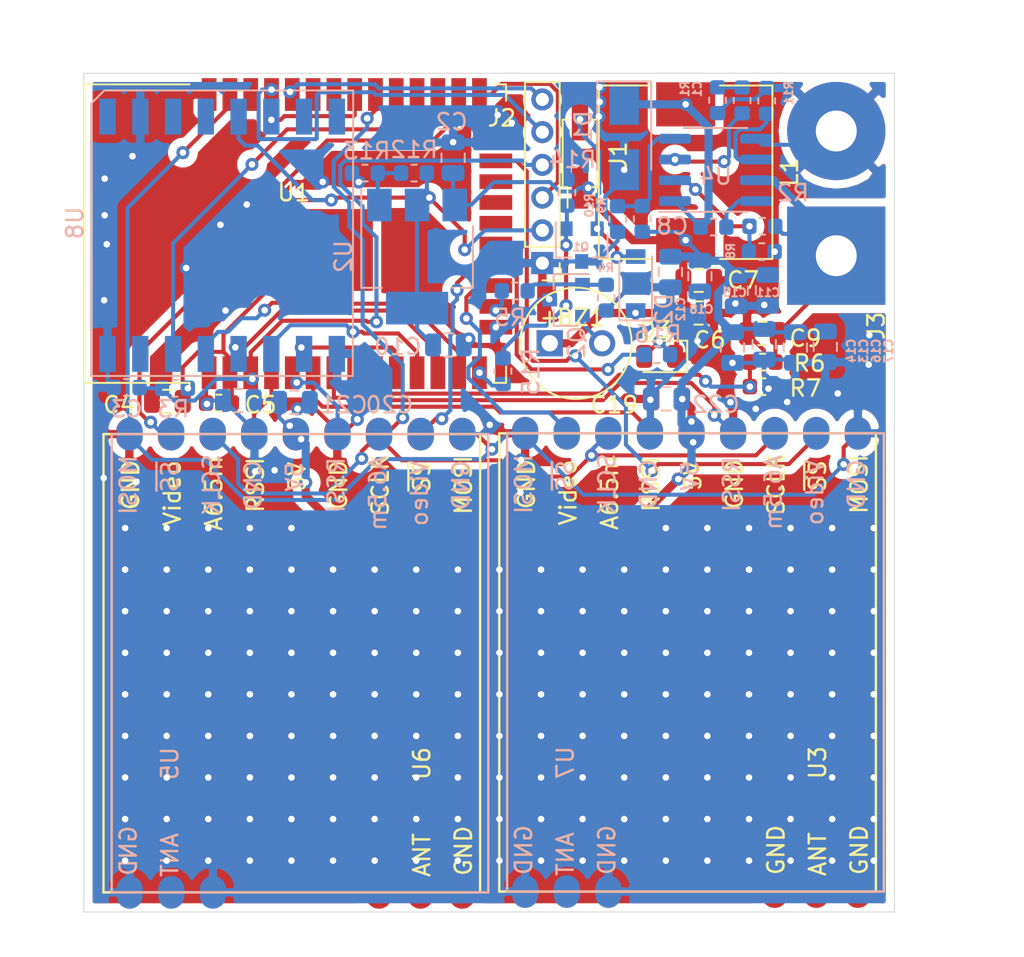
<source format=kicad_pcb>
(kicad_pcb (version 20171130) (host pcbnew 5.1.2)
  (layers (0 F.Cu signal) (31 B.Cu signal) (34 B.Paste user) (35 F.Paste user) (36 B.SilkS user) (37 F.SilkS user) (38 B.Mask user) (39 F.Mask user) (44 Edge.Cuts user))
  (net 0 "")
  (net 1 +5V)
  (net 2 "Net-(BZ1-Pad2)")
  (net 3 GND)
  (net 4 /RTS)
  (net 5 +3V3)
  (net 6 /BEEPER)
  (net 7 /V_SENSE)
  (net 8 /DTR)
  (net 9 /ADC1)
  (net 10 /ADC2)
  (net 11 /ADC3)
  (net 12 /ADC4)
  (net 13 "Net-(U1-Pad8)")
  (net 14 "Net-(U1-Pad20)")
  (net 15 "Net-(U1-Pad21)")
  (net 16 "Net-(U1-Pad22)")
  (net 17 /CS4)
  (net 18 /CS3)
  (net 19 /CS1)
  (net 20 /CS2)
  (net 21 /CLK)
  (net 22 "Net-(U1-Pad32)")
  (net 23 /RX0)
  (net 24 /TX0)
  (net 25 /MOSI)
  (net 26 "Net-(U3-Pad11)")
  (net 27 "Net-(U5-Pad11)")
  (net 28 "Net-(U6-Pad11)")
  (net 29 "Net-(U7-Pad11)")
  (net 30 "Net-(C1-Pad2)")
  (net 31 "Net-(C1-Pad1)")
  (net 32 "Net-(C8-Pad1)")
  (net 33 "Net-(C8-Pad2)")
  (net 34 +28V)
  (net 35 "Net-(R2-Pad2)")
  (net 36 "Net-(R10-Pad1)")
  (net 37 "Net-(R11-Pad2)")
  (net 38 "Net-(R12-Pad2)")
  (net 39 /LORA_RST)
  (net 40 /MOSI2)
  (net 41 /SCK2)
  (net 42 /LORA_CS)
  (net 43 /LORA_IRQ)
  (net 44 /MISO2)
  (net 45 "Net-(U8-Pad8)")
  (net 46 "Net-(U8-Pad7)")
  (net 47 "Net-(U8-Pad4)")
  (net 48 "Net-(U8-Pad3)")
  (net 49 "Net-(U8-Pad1)")
  (net 50 "Net-(U8-Pad15)")
  (net 51 "Net-(U1-Pad33)")
  (net 52 "Net-(U1-Pad36)")
  (net 53 "Net-(D2-Pad2)")
  (net 54 "Net-(Q1-Pad1)")
  (net 55 "Net-(Q2-Pad1)")
  (net 56 /FAN_CONTROL)
  (net 57 "Net-(U3-Pad2)")
  (net 58 "Net-(U3-Pad3)")
  (net 59 "Net-(U5-Pad2)")
  (net 60 "Net-(U5-Pad3)")
  (net 61 "Net-(U6-Pad2)")
  (net 62 "Net-(U6-Pad3)")
  (net 63 "Net-(U7-Pad2)")
  (net 64 "Net-(U7-Pad3)")
  (net 65 "Net-(D3-Pad2)")
  (net 66 "Net-(R16-Pad1)")
  (net 67 "Net-(U1-Pad29)")
  (net 68 "Net-(U1-Pad27)")
  (net 69 "Net-(U1-Pad24)")
  (module RF_Module:ESP32-WROOM-32 (layer F.Cu) (at 46.655 62.6 90)
    (fp_text reference U1 (at 2.49 -3.079) (layer F.SilkS))
    (fp_text value ESP32-WROOM-32)
    (pad 38 smd rect (at 8.5 -8.255 90) (size 2 0.9) (layers F.Cu F.Paste F.Mask) (net 3 GND))
    (pad 37 smd rect (at 8.5 -6.985 90) (size 2 0.9) (layers F.Cu F.Paste F.Mask) (net 25 /MOSI))
    (pad 36 smd rect (at 8.5 -5.715 90) (size 2 0.9) (layers F.Cu F.Paste F.Mask) (net 52 "Net-(U1-Pad36)"))
    (pad 35 smd rect (at 8.5 -4.445 90) (size 2 0.9) (layers F.Cu F.Paste F.Mask) (net 24 /TX0))
    (pad 34 smd rect (at 8.5 -3.175 90) (size 2 0.9) (layers F.Cu F.Paste F.Mask) (net 23 /RX0))
    (pad 33 smd rect (at 8.5 -1.905 90) (size 2 0.9) (layers F.Cu F.Paste F.Mask) (net 51 "Net-(U1-Pad33)"))
    (pad 32 smd rect (at 8.5 -0.635 90) (size 2 0.9) (layers F.Cu F.Paste F.Mask) (net 22 "Net-(U1-Pad32)"))
    (pad 31 smd rect (at 8.5 0.635 90) (size 2 0.9) (layers F.Cu F.Paste F.Mask) (net 43 /LORA_IRQ))
    (pad 30 smd rect (at 8.5 1.905 90) (size 2 0.9) (layers F.Cu F.Paste F.Mask) (net 21 /CLK))
    (pad 29 smd rect (at 8.5 3.175 90) (size 2 0.9) (layers F.Cu F.Paste F.Mask) (net 67 "Net-(U1-Pad29)"))
    (pad 28 smd rect (at 8.5 4.445 90) (size 2 0.9) (layers F.Cu F.Paste F.Mask) (net 39 /LORA_RST))
    (pad 27 smd rect (at 8.5 5.715 90) (size 2 0.9) (layers F.Cu F.Paste F.Mask) (net 68 "Net-(U1-Pad27)"))
    (pad 26 smd rect (at 8.5 6.985 90) (size 2 0.9) (layers F.Cu F.Paste F.Mask) (net 20 /CS2))
    (pad 25 smd rect (at 8.5 8.255 90) (size 2 0.9) (layers F.Cu F.Paste F.Mask) (net 8 /DTR))
    (pad 24 smd rect (at 5.715 9.255 180) (size 2 0.9) (layers F.Cu F.Paste F.Mask) (net 69 "Net-(U1-Pad24)"))
    (pad 23 smd rect (at 4.445 9.255 180) (size 2 0.9) (layers F.Cu F.Paste F.Mask) (net 19 /CS1))
    (pad 22 smd rect (at 3.175 9.255 180) (size 2 0.9) (layers F.Cu F.Paste F.Mask) (net 16 "Net-(U1-Pad22)"))
    (pad 21 smd rect (at 1.905 9.255 180) (size 2 0.9) (layers F.Cu F.Paste F.Mask) (net 15 "Net-(U1-Pad21)"))
    (pad 20 smd rect (at 0.635 9.255 180) (size 2 0.9) (layers F.Cu F.Paste F.Mask) (net 14 "Net-(U1-Pad20)"))
    (pad 19 smd rect (at -0.635 9.255 180) (size 2 0.9) (layers F.Cu F.Paste F.Mask) (net 66 "Net-(R16-Pad1)"))
    (pad 18 smd rect (at -1.905 9.255 180) (size 2 0.9) (layers F.Cu F.Paste F.Mask) (net 18 /CS3))
    (pad 17 smd rect (at -3.175 9.255 180) (size 2 0.9) (layers F.Cu F.Paste F.Mask) (net 17 /CS4))
    (pad 16 smd rect (at -4.445 9.255 180) (size 2 0.9) (layers F.Cu F.Paste F.Mask) (net 6 /BEEPER))
    (pad 15 smd rect (at -5.715 9.255 180) (size 2 0.9) (layers F.Cu F.Paste F.Mask) (net 3 GND))
    (pad 14 smd rect (at -8.5 8.255 90) (size 2 0.9) (layers F.Cu F.Paste F.Mask) (net 56 /FAN_CONTROL))
    (pad 13 smd rect (at -8.5 6.985 90) (size 2 0.9) (layers F.Cu F.Paste F.Mask) (net 42 /LORA_CS))
    (pad 12 smd rect (at -8.5 5.715 90) (size 2 0.9) (layers F.Cu F.Paste F.Mask) (net 41 /SCK2))
    (pad 11 smd rect (at -8.5 4.445 90) (size 2 0.9) (layers F.Cu F.Paste F.Mask) (net 40 /MOSI2))
    (pad 10 smd rect (at -8.5 3.175 90) (size 2 0.9) (layers F.Cu F.Paste F.Mask) (net 44 /MISO2))
    (pad 9 smd rect (at -8.5 1.905 90) (size 2 0.9) (layers F.Cu F.Paste F.Mask) (net 7 /V_SENSE))
    (pad 8 smd rect (at -8.5 0.635 90) (size 2 0.9) (layers F.Cu F.Paste F.Mask) (net 13 "Net-(U1-Pad8)"))
    (pad 7 smd rect (at -8.5 -0.635 90) (size 2 0.9) (layers F.Cu F.Paste F.Mask) (net 12 /ADC4))
    (pad 6 smd rect (at -8.5 -1.905 90) (size 2 0.9) (layers F.Cu F.Paste F.Mask) (net 9 /ADC1))
    (pad 5 smd rect (at -8.5 -3.175 90) (size 2 0.9) (layers F.Cu F.Paste F.Mask) (net 10 /ADC2))
    (pad 4 smd rect (at -8.5 -4.445 90) (size 2 0.9) (layers F.Cu F.Paste F.Mask) (net 11 /ADC3))
    (pad 3 smd rect (at -8.5 -5.715 90) (size 2 0.9) (layers F.Cu F.Paste F.Mask) (net 4 /RTS))
    (pad 2 smd rect (at -8.5 -6.985 90) (size 2 0.9) (layers F.Cu F.Paste F.Mask) (net 5 +3V3))
    (pad 1 smd rect (at -8.5 -8.255 90) (size 2 0.9) (layers F.Cu F.Paste F.Mask) (net 3 GND))
    (pad 39 smd rect (at -1 -0.755 90) (size 5 5) (layers F.Cu F.Paste F.Mask))
  )
  (module Capacitor_SMD:C_0805_2012Metric (layer B.Cu) (at 53.3 57.9625 90)
    (fp_text reference C2 (at 2.1925 -0.09 180) (layer B.SilkS) (effects (justify mirror)))
    (fp_text value 10µF)
    (pad 2 smd roundrect (at 0.9375 0 90) (size 0.975 1.4) (layers B.Cu B.Paste B.Mask) (net 3 GND))
    (pad 1 smd roundrect (at -0.9375 0 90) (size 0.975 1.4) (layers B.Cu B.Paste B.Mask) (net 1 +5V))
  )
  (module Resistor_SMD:R_0603_1608Metric (layer B.Cu) (at 50.9125 58.9 180)
    (fp_text reference R12 (at 0 1.43) (layer B.SilkS) (effects (justify mirror)))
    (fp_text value R)
    (pad 2 smd roundrect (at 0.7875 0 180) (size 0.875 0.95) (layers B.Cu B.Paste B.Mask) (net 38 "Net-(R12-Pad2)"))
    (pad 1 smd roundrect (at -0.7875 0 180) (size 0.875 0.95) (layers B.Cu B.Paste B.Mask) (net 5 +3V3))
  )
  (module my:sx1276_module (layer B.Cu) (at 39.2 61.95)
    (fp_text reference U8 (at -9 0 -90) (layer B.SilkS) (effects (justify mirror)))
    (fp_text value SX127_module)
    (pad 16 smd rect (at -7 8) (size 1 2.2) (layers B.Cu B.Paste B.Mask) (net 3 GND))
    (pad 1 smd rect (at -7 -6.5) (size 1 2.2) (layers B.Cu B.Paste B.Mask) (net 49 "Net-(U8-Pad1)"))
    (pad 15 smd rect (at -5 8) (size 1 2.2) (layers B.Cu B.Paste B.Mask) (net 50 "Net-(U8-Pad15)"))
    (pad 2 smd rect (at -5 -6.5) (size 1 2.2) (layers B.Cu B.Paste B.Mask) (net 3 GND))
    (pad 14 smd rect (at -3 8) (size 1 2.2) (layers B.Cu B.Paste B.Mask) (net 39 /LORA_RST))
    (pad 3 smd rect (at -3 -6.5) (size 1 2.2) (layers B.Cu B.Paste B.Mask) (net 48 "Net-(U8-Pad3)"))
    (pad 13 smd rect (at -1 8) (size 1 2.2) (layers B.Cu B.Paste B.Mask) (net 42 /LORA_CS))
    (pad 4 smd rect (at -1 -6.5) (size 1 2.2) (layers B.Cu B.Paste B.Mask) (net 47 "Net-(U8-Pad4)"))
    (pad 12 smd rect (at 1 8) (size 1 2.2) (layers B.Cu B.Paste B.Mask) (net 41 /SCK2))
    (pad 5 smd rect (at 1 -6.5) (size 1 2.2) (layers B.Cu B.Paste B.Mask) (net 5 +3V3))
    (pad 11 smd rect (at 3 8) (size 1 2.2) (layers B.Cu B.Paste B.Mask) (net 40 /MOSI2))
    (pad 6 smd rect (at 3 -6.5) (size 1 2.2) (layers B.Cu B.Paste B.Mask) (net 43 /LORA_IRQ))
    (pad 10 smd rect (at 5 8) (size 1 2.2) (layers B.Cu B.Paste B.Mask) (net 44 /MISO2))
    (pad 7 smd rect (at 5 -6.5) (size 1 2.2) (layers B.Cu B.Paste B.Mask) (net 46 "Net-(U8-Pad7)"))
    (pad 9 smd rect (at 7 8) (size 1 2.2) (layers B.Cu B.Paste B.Mask) (net 3 GND))
    (pad 8 smd rect (at 7 -6.5) (size 1 2.2) (layers B.Cu B.Paste B.Mask) (net 45 "Net-(U8-Pad8)"))
  )
  (module Package_SO:SOIC-8_3.9x4.9mm_P1.27mm (layer B.Cu) (at 69.325 58.705)
    (fp_text reference U4 (at 0 0.389) (layer B.SilkS) (effects (justify mirror)))
    (fp_text value MP1584)
    (pad 8 smd roundrect (at 2.475 1.905) (size 1.95 0.6) (layers B.Cu B.Paste B.Mask) (net 32 "Net-(C8-Pad1)"))
    (pad 7 smd roundrect (at 2.475 0.635) (size 1.95 0.6) (layers B.Cu B.Paste B.Mask) (net 34 +28V))
    (pad 6 smd roundrect (at 2.475 -0.635) (size 1.95 0.6) (layers B.Cu B.Paste B.Mask) (net 37 "Net-(R11-Pad2)"))
    (pad 5 smd roundrect (at 2.475 -1.905) (size 1.95 0.6) (layers B.Cu B.Paste B.Mask) (net 3 GND))
    (pad 4 smd roundrect (at -2.475 -1.905) (size 1.95 0.6) (layers B.Cu B.Paste B.Mask) (net 36 "Net-(R10-Pad1)"))
    (pad 3 smd roundrect (at -2.475 -0.635) (size 1.95 0.6) (layers B.Cu B.Paste B.Mask) (net 31 "Net-(C1-Pad1)"))
    (pad 2 smd roundrect (at -2.475 0.635) (size 1.95 0.6) (layers B.Cu B.Paste B.Mask) (net 35 "Net-(R2-Pad2)"))
    (pad 1 smd roundrect (at -2.475 1.905) (size 1.95 0.6) (layers B.Cu B.Paste B.Mask) (net 33 "Net-(C8-Pad2)"))
  )
  (module Package_TO_SOT_SMD:SOT-223 (layer B.Cu) (at 51.1 64 270)
    (fp_text reference U2 (at 0 4.5 90) (layer B.SilkS) (effects (justify mirror)))
    (fp_text value AMS1117)
    (pad 1 smd rect (at -3.15 2.3 270) (size 2 1.5) (layers B.Cu B.Paste B.Mask) (net 38 "Net-(R12-Pad2)"))
    (pad 3 smd rect (at -3.15 -2.3 270) (size 2 1.5) (layers B.Cu B.Paste B.Mask) (net 1 +5V))
    (pad 2 smd rect (at -3.15 0 270) (size 2 1.5) (layers B.Cu B.Paste B.Mask) (net 5 +3V3))
    (pad 4 smd rect (at 3.15 0 270) (size 2 3.8) (layers B.Cu B.Paste B.Mask) (net 5 +3V3))
  )
  (module Resistor_SMD:R_0603_1608Metric (layer B.Cu) (at 65.7625 70)
    (fp_text reference R16 (at 0.0475 -1.254) (layer B.SilkS) (effects (justify mirror)))
    (fp_text value R)
    (pad 2 smd roundrect (at 0.7875 0) (size 0.875 0.95) (layers B.Cu B.Paste B.Mask) (net 65 "Net-(D3-Pad2)"))
    (pad 1 smd roundrect (at -0.7875 0) (size 0.875 0.95) (layers B.Cu B.Paste B.Mask) (net 66 "Net-(R16-Pad1)"))
  )
  (module Resistor_SMD:R_0603_1608Metric (layer B.Cu) (at 56.35 71 90)
    (fp_text reference R15 (at -0.032 1.704 90) (layer B.SilkS) (effects (justify mirror)))
    (fp_text value R)
    (pad 2 smd roundrect (at 0.7875 0 90) (size 0.875 0.95) (layers B.Cu B.Paste B.Mask) (net 54 "Net-(Q1-Pad1)"))
    (pad 1 smd roundrect (at -0.7875 0 90) (size 0.875 0.95) (layers B.Cu B.Paste B.Mask) (net 56 /FAN_CONTROL))
  )
  (module Resistor_SMD:R_0603_1608Metric (layer B.Cu) (at 60.25 60.1 270)
    (fp_text reference R14 (at -2.022 -0.344 180) (layer B.SilkS) (effects (justify mirror)))
    (fp_text value R)
    (pad 2 smd roundrect (at 0.7875 0 270) (size 0.875 0.95) (layers B.Cu B.Paste B.Mask) (net 54 "Net-(Q1-Pad1)"))
    (pad 1 smd roundrect (at -0.7875 0 270) (size 0.875 0.95) (layers B.Cu B.Paste B.Mask) (net 3 GND))
  )
  (module Resistor_SMD:R_0603_1608Metric (layer B.Cu) (at 47.9125 58.9)
    (fp_text reference R13 (at 0.1075 -1.35) (layer B.SilkS) (effects (justify mirror)))
    (fp_text value R)
    (pad 2 smd roundrect (at 0.7875 0) (size 0.875 0.95) (layers B.Cu B.Paste B.Mask) (net 38 "Net-(R12-Pad2)"))
    (pad 1 smd roundrect (at -0.7875 0) (size 0.875 0.95) (layers B.Cu B.Paste B.Mask) (net 3 GND))
  )
  (module Resistor_SMD:R_0603_1608Metric (layer B.Cu) (at 72.45 54.4875 270)
    (fp_text reference R11 (at -0.4735 -1.352 90) (layer B.SilkS) (effects (font (size 0.5 0.5) (thickness 0.125)) (justify mirror)))
    (fp_text value R)
    (pad 2 smd roundrect (at 0.7875 0 270) (size 0.875 0.95) (layers B.Cu B.Paste B.Mask) (net 37 "Net-(R11-Pad2)"))
    (pad 1 smd roundrect (at -0.7875 0 270) (size 0.875 0.95) (layers B.Cu B.Paste B.Mask) (net 3 GND))
  )
  (module Resistor_SMD:R_0603_1608Metric (layer B.Cu) (at 63.35 61.7125 270)
    (fp_text reference R10 (at -0.8405 1.74 270) (layer B.SilkS) (effects (font (size 0.5 0.5) (thickness 0.125)) (justify mirror)))
    (fp_text value R)
    (pad 2 smd roundrect (at 0.7875 0 270) (size 0.875 0.95) (layers B.Cu B.Paste B.Mask) (net 3 GND))
    (pad 1 smd roundrect (at -0.7875 0 270) (size 0.875 0.95) (layers B.Cu B.Paste B.Mask) (net 36 "Net-(R10-Pad1)"))
  )
  (module Resistor_SMD:R_0603_1608Metric (layer B.Cu) (at 64.85 61.7 270)
    (fp_text reference R9 (at -0.828 2.478 90) (layer B.SilkS) (effects (font (size 0.5 0.5) (thickness 0.125)) (justify mirror)))
    (fp_text value R)
    (pad 2 smd roundrect (at 0.7875 0 270) (size 0.875 0.95) (layers B.Cu B.Paste B.Mask) (net 1 +5V))
    (pad 1 smd roundrect (at -0.7875 0 270) (size 0.875 0.95) (layers B.Cu B.Paste B.Mask) (net 36 "Net-(R10-Pad1)"))
  )
  (module Resistor_SMD:R_0603_1608Metric (layer B.Cu) (at 72.15 63.7 180)
    (fp_text reference R8 (at 1.904 0.034 90) (layer B.SilkS) (effects (font (size 0.5 0.5) (thickness 0.125)) (justify mirror)))
    (fp_text value R)
    (pad 2 smd roundrect (at 0.7875 0 180) (size 0.875 0.95) (layers B.Cu B.Paste B.Mask) (net 35 "Net-(R2-Pad2)"))
    (pad 1 smd roundrect (at -0.7875 0 180) (size 0.875 0.95) (layers B.Cu B.Paste B.Mask) (net 3 GND))
  )
  (module Resistor_SMD:R_0603_1608Metric (layer F.Cu) (at 72.2125 71.95 180)
    (fp_text reference R7 (at -2.6055 -0.098) (layer F.SilkS))
    (fp_text value R)
    (pad 2 smd roundrect (at 0.7875 0 180) (size 0.875 0.95) (layers F.Cu F.Paste F.Mask) (net 7 /V_SENSE))
    (pad 1 smd roundrect (at -0.7875 0 180) (size 0.875 0.95) (layers F.Cu F.Paste F.Mask) (net 3 GND))
  )
  (module Resistor_SMD:R_0603_1608Metric (layer F.Cu) (at 72.2 70.45)
    (fp_text reference R6 (at 2.872 0.074) (layer F.SilkS))
    (fp_text value R)
    (pad 2 smd roundrect (at 0.7875 0) (size 0.875 0.95) (layers F.Cu F.Paste F.Mask) (net 34 +28V))
    (pad 1 smd roundrect (at -0.7875 0) (size 0.875 0.95) (layers F.Cu F.Paste F.Mask) (net 7 /V_SENSE))
  )
  (module Resistor_SMD:R_0603_1608Metric (layer B.Cu) (at 57.0625 66.1)
    (fp_text reference R5 (at -0.2785 1.63) (layer B.SilkS) (effects (justify mirror)))
    (fp_text value R)
    (pad 2 smd roundrect (at 0.7875 0) (size 0.875 0.95) (layers B.Cu B.Paste B.Mask) (net 55 "Net-(Q2-Pad1)"))
    (pad 1 smd roundrect (at -0.7875 0) (size 0.875 0.95) (layers B.Cu B.Paste B.Mask) (net 6 /BEEPER))
  )
  (module Resistor_SMD:R_0603_1608Metric (layer B.Cu) (at 62.65 66.5125 90)
    (fp_text reference R4 (at 1.8305 -0.024) (layer B.SilkS) (effects (font (size 0.5 0.5) (thickness 0.125)) (justify mirror)))
    (fp_text value R)
    (pad 2 smd roundrect (at 0.7875 0 90) (size 0.875 0.95) (layers B.Cu B.Paste B.Mask) (net 55 "Net-(Q2-Pad1)"))
    (pad 1 smd roundrect (at -0.7875 0 90) (size 0.875 0.95) (layers B.Cu B.Paste B.Mask) (net 3 GND))
  )
  (module Resistor_SMD:R_0603_1608Metric (layer B.Cu) (at 36.3125 72.05 180)
    (fp_text reference R3 (at 0.1025 -1.268) (layer B.SilkS) (effects (justify mirror)))
    (fp_text value 10k)
    (pad 2 smd roundrect (at 0.7875 0 180) (size 0.875 0.95) (layers B.Cu B.Paste B.Mask) (net 4 /RTS))
    (pad 1 smd roundrect (at -0.7875 0 180) (size 0.875 0.95) (layers B.Cu B.Paste B.Mask) (net 5 +3V3))
  )
  (module Resistor_SMD:R_0603_1608Metric (layer B.Cu) (at 72.1875 62.15 180)
    (fp_text reference R2 (at -1.8685 2.04) (layer B.SilkS) (effects (justify mirror)))
    (fp_text value R)
    (pad 2 smd roundrect (at 0.7875 0 180) (size 0.875 0.95) (layers B.Cu B.Paste B.Mask) (net 35 "Net-(R2-Pad2)"))
    (pad 1 smd roundrect (at -0.7875 0 180) (size 0.875 0.95) (layers B.Cu B.Paste B.Mask) (net 34 +28V))
  )
  (module Resistor_SMD:R_0603_1608Metric (layer B.Cu) (at 69.45 54.45 90)
    (fp_text reference R1 (at 0.69 -1.998 90) (layer B.SilkS) (effects (font (size 0.5 0.5) (thickness 0.125)) (justify mirror)))
    (fp_text value R)
    (pad 2 smd roundrect (at 0.7875 0 90) (size 0.875 0.95) (layers B.Cu B.Paste B.Mask) (net 30 "Net-(C1-Pad2)"))
    (pad 1 smd roundrect (at -0.7875 0 90) (size 0.875 0.95) (layers B.Cu B.Paste B.Mask) (net 3 GND))
  )
  (module Package_TO_SOT_SMD:SOT-23 (layer B.Cu) (at 60.2 66.65 180)
    (fp_text reference Q2 (at -0.648 -2.604 270) (layer B.SilkS) (effects (justify mirror)))
    (fp_text value Q_NMOS_GSD)
    (pad 3 smd rect (at 1 0 180) (size 0.9 0.8) (layers B.Cu B.Paste B.Mask) (net 3 GND))
    (pad 2 smd rect (at -1 -0.95 180) (size 0.9 0.8) (layers B.Cu B.Paste B.Mask) (net 2 "Net-(BZ1-Pad2)"))
    (pad 1 smd rect (at -1 0.95 180) (size 0.9 0.8) (layers B.Cu B.Paste B.Mask) (net 55 "Net-(Q2-Pad1)"))
  )
  (module Package_TO_SOT_SMD:SOT-23 (layer B.Cu) (at 61.15 63.3 270)
    (fp_text reference Q1 (at 0.112 0.048 180) (layer B.SilkS) (effects (font (size 0.5 0.5) (thickness 0.125)) (justify mirror)))
    (fp_text value Q_NMOS_GSD)
    (pad 3 smd rect (at 1 0 270) (size 0.9 0.8) (layers B.Cu B.Paste B.Mask) (net 3 GND))
    (pad 2 smd rect (at -1 -0.95 270) (size 0.9 0.8) (layers B.Cu B.Paste B.Mask) (net 53 "Net-(D2-Pad2)"))
    (pad 1 smd rect (at -1 0.95 270) (size 0.9 0.8) (layers B.Cu B.Paste B.Mask) (net 54 "Net-(Q1-Pad1)"))
  )
  (module Inductor_SMD:L_10.4x10.4_H4.8 (layer F.Cu) (at 67.5 58.85 270)
    (fp_text reference L1 (at 0 -6.35 90) (layer F.SilkS))
    (fp_text value 10µH)
    (pad 2 smd rect (at 4.15 0 270) (size 2.7 3.6) (layers F.Cu F.Paste F.Mask) (net 1 +5V))
    (pad 1 smd rect (at -4.15 0 270) (size 2.7 3.6) (layers F.Cu F.Paste F.Mask) (net 33 "Net-(C8-Pad2)"))
  )
  (module Connector_Wire:SolderWirePad_1x02_P7.62mm_Drill2.5mm (layer F.Cu) (at 76.7 63.95 90)
    (fp_text reference J3 (at -4.288 2.436 90) (layer F.SilkS))
    (fp_text value "input power")
    (pad 2 thru_hole circle (at 7.62 0 90) (size 5.99948 5.99948) (drill 2.49936) (layers *.Cu *.Mask) (net 3 GND))
    (pad 1 thru_hole rect (at 0 0 90) (size 5.99948 5.99948) (drill 2.49936) (layers *.Cu *.Mask) (net 34 +28V))
  )
  (module Connector_PinHeader_2.00mm:PinHeader_1x06_P2.00mm_Vertical (layer F.Cu) (at 58.75 64.4 180)
    (fp_text reference J2 (at 2.474 8.862) (layer F.SilkS))
    (fp_text value Conn_01x06_Male)
    (pad 6 thru_hole oval (at 0 10 180) (size 1.35 1.35) (drill 0.8) (layers *.Cu *.Mask) (net 23 /RX0))
    (pad 5 thru_hole oval (at 0 8 180) (size 1.35 1.35) (drill 0.8) (layers *.Cu *.Mask) (net 24 /TX0))
    (pad 4 thru_hole oval (at 0 6 180) (size 1.35 1.35) (drill 0.8) (layers *.Cu *.Mask) (net 4 /RTS))
    (pad 3 thru_hole oval (at 0 4 180) (size 1.35 1.35) (drill 0.8) (layers *.Cu *.Mask) (net 8 /DTR))
    (pad 2 thru_hole oval (at 0 2 180) (size 1.35 1.35) (drill 0.8) (layers *.Cu *.Mask) (net 5 +3V3))
    (pad 1 thru_hole rect (at 0 0 180) (size 1.35 1.35) (drill 0.8) (layers *.Cu *.Mask) (net 3 GND))
  )
  (module Connector_PinHeader_2.00mm:PinHeader_2x01_P2.00mm_Vertical_SMD (layer F.Cu) (at 61.05 57.7 90)
    (fp_text reference J1 (at -0.124 2.338 -90) (layer F.SilkS))
    (fp_text value Fan_connector)
    (pad 2 smd rect (at 2.085 0 90) (size 2.58 1) (layers F.Cu F.Paste F.Mask) (net 53 "Net-(D2-Pad2)"))
    (pad 1 smd rect (at -2.085 0 90) (size 2.58 1) (layers F.Cu F.Paste F.Mask) (net 1 +5V))
  )
  (module LED_SMD:LED_0805_2012Metric (layer F.Cu) (at 65.9125 70.1 180)
    (fp_text reference D3 (at 0.2385 1.608) (layer F.SilkS))
    (fp_text value LED)
    (pad 2 smd roundrect (at 0.9375 0 180) (size 0.975 1.4) (layers F.Cu F.Paste F.Mask) (net 65 "Net-(D3-Pad2)"))
    (pad 1 smd roundrect (at -0.9375 0 180) (size 0.975 1.4) (layers F.Cu F.Paste F.Mask) (net 3 GND))
  )
  (module Diode_SMD:D_SOD-123 (layer B.Cu) (at 64.45 65.65 90)
    (fp_text reference D2 (at -1.572 1.732 90) (layer B.SilkS) (effects (justify mirror)))
    (fp_text value D)
    (pad 2 smd rect (at 1.65 0 90) (size 0.9 1.2) (layers B.Cu B.Paste B.Mask) (net 53 "Net-(D2-Pad2)"))
    (pad 1 smd rect (at -1.65 0 90) (size 0.9 1.2) (layers B.Cu B.Paste B.Mask) (net 1 +5V))
  )
  (module Diode_SMD:D_SMA (layer B.Cu) (at 63.75 56.7 270)
    (fp_text reference D1 (at -0.654 2.5 270) (layer B.SilkS) (effects (justify mirror)))
    (fp_text value D_Schottky)
    (pad 2 smd rect (at 2 0 270) (size 2.5 1.8) (layers B.Cu B.Paste B.Mask) (net 3 GND))
    (pad 1 smd rect (at -2 0 270) (size 2.5 1.8) (layers B.Cu B.Paste B.Mask) (net 33 "Net-(C8-Pad2)"))
  )
  (module Capacitor_SMD:C_0805_2012Metric (layer B.Cu) (at 66.3125 72.7 180)
    (fp_text reference C22 (at -3.0375 -0.34 180) (layer B.SilkS) (effects (justify mirror)))
    (fp_text value 10µF)
    (pad 2 smd roundrect (at 0.9375 0 180) (size 0.975 1.4) (layers B.Cu B.Paste B.Mask) (net 3 GND))
    (pad 1 smd roundrect (at -0.9375 0 180) (size 0.975 1.4) (layers B.Cu B.Paste B.Mask) (net 1 +5V))
  )
  (module Capacitor_SMD:C_0805_2012Metric (layer B.Cu) (at 40.1875 72.8 180)
    (fp_text reference C21 (at -6.4365 -0.264) (layer B.SilkS) (effects (justify mirror)))
    (fp_text value 10µF)
    (pad 2 smd roundrect (at 0.9375 0 180) (size 0.975 1.4) (layers B.Cu B.Paste B.Mask) (net 3 GND))
    (pad 1 smd roundrect (at -0.9375 0 180) (size 0.975 1.4) (layers B.Cu B.Paste B.Mask) (net 1 +5V))
  )
  (module Capacitor_SMD:C_0805_2012Metric (layer B.Cu) (at 43.6125 72.9)
    (fp_text reference C20 (at 5.8055 0.164) (layer B.SilkS) (effects (justify mirror)))
    (fp_text value 10µF)
    (pad 2 smd roundrect (at 0.9375 0) (size 0.975 1.4) (layers B.Cu B.Paste B.Mask) (net 3 GND))
    (pad 1 smd roundrect (at -0.9375 0) (size 0.975 1.4) (layers B.Cu B.Paste B.Mask) (net 1 +5V))
  )
  (module Capacitor_SMD:C_0805_2012Metric (layer F.Cu) (at 66.35 72.7 180)
    (fp_text reference C19 (at 3.216 -0.364) (layer F.SilkS))
    (fp_text value 10µF)
    (pad 2 smd roundrect (at 0.9375 0 180) (size 0.975 1.4) (layers F.Cu F.Paste F.Mask) (net 3 GND))
    (pad 1 smd roundrect (at -0.9375 0 180) (size 0.975 1.4) (layers F.Cu F.Paste F.Mask) (net 1 +5V))
  )
  (module Capacitor_SMD:C_0805_2012Metric (layer B.Cu) (at 68.37 65.1975 270)
    (fp_text reference C18 (at 2.0245 -0.098 180) (layer B.SilkS) (effects (font (size 0.5 0.5) (thickness 0.125)) (justify mirror)))
    (fp_text value 10µF)
    (pad 2 smd roundrect (at 0.9375 0 270) (size 0.975 1.4) (layers B.Cu B.Paste B.Mask) (net 3 GND))
    (pad 1 smd roundrect (at -0.9375 0 270) (size 0.975 1.4) (layers B.Cu B.Paste B.Mask) (net 1 +5V))
  )
  (module Capacitor_SMD:C_0805_2012Metric (layer B.Cu) (at 76.03 69.5175 270)
    (fp_text reference C17 (at 0.2445 -3.868 270) (layer B.SilkS) (effects (font (size 0.5 0.5) (thickness 0.125)) (justify mirror)))
    (fp_text value 10µF)
    (pad 2 smd roundrect (at 0.9375 0 270) (size 0.975 1.4) (layers B.Cu B.Paste B.Mask) (net 3 GND))
    (pad 1 smd roundrect (at -0.9375 0 270) (size 0.975 1.4) (layers B.Cu B.Paste B.Mask) (net 1 +5V))
  )
  (module Capacitor_SMD:C_0805_2012Metric (layer B.Cu) (at 74.2 69.56 270)
    (fp_text reference C16 (at 0.202 -4.936 270) (layer B.SilkS) (effects (font (size 0.5 0.5) (thickness 0.125)) (justify mirror)))
    (fp_text value 10µF)
    (pad 2 smd roundrect (at 0.9375 0 270) (size 0.975 1.4) (layers B.Cu B.Paste B.Mask) (net 3 GND))
    (pad 1 smd roundrect (at -0.9375 0 270) (size 0.975 1.4) (layers B.Cu B.Paste B.Mask) (net 1 +5V))
  )
  (module Capacitor_SMD:C_0805_2012Metric (layer B.Cu) (at 72.5 66.06 270)
    (fp_text reference C15 (at 0.146 2) (layer B.SilkS) (effects (font (size 0.5 0.5) (thickness 0.125)) (justify mirror)))
    (fp_text value 10µF)
    (pad 2 smd roundrect (at 0.9375 0 270) (size 0.975 1.4) (layers B.Cu B.Paste B.Mask) (net 3 GND))
    (pad 1 smd roundrect (at -0.9375 0 270) (size 0.975 1.4) (layers B.Cu B.Paste B.Mask) (net 1 +5V))
  )
  (module Capacitor_SMD:C_0805_2012Metric (layer B.Cu) (at 70.36 69.56 270)
    (fp_text reference C14 (at 0.202 -7.252 270) (layer B.SilkS) (effects (font (size 0.5 0.5) (thickness 0.125)) (justify mirror)))
    (fp_text value 10µF)
    (pad 2 smd roundrect (at 0.9375 0 270) (size 0.975 1.4) (layers B.Cu B.Paste B.Mask) (net 3 GND))
    (pad 1 smd roundrect (at -0.9375 0 270) (size 0.975 1.4) (layers B.Cu B.Paste B.Mask) (net 1 +5V))
  )
  (module Capacitor_SMD:C_0805_2012Metric (layer B.Cu) (at 72.3 69.36 270)
    (fp_text reference C13 (at 0.402 -6.074 270) (layer B.SilkS) (effects (font (size 0.5 0.5) (thickness 0.125)) (justify mirror)))
    (fp_text value 10µF)
    (pad 2 smd roundrect (at 0.9375 0 270) (size 0.975 1.4) (layers B.Cu B.Paste B.Mask) (net 3 GND))
    (pad 1 smd roundrect (at -0.9375 0 270) (size 0.975 1.4) (layers B.Cu B.Paste B.Mask) (net 1 +5V))
  )
  (module Capacitor_SMD:C_0805_2012Metric (layer B.Cu) (at 66.57 64.9425 270)
    (fp_text reference C12 (at 2.2795 -0.628 270) (layer B.SilkS) (effects (font (size 0.5 0.5) (thickness 0.125)) (justify mirror)))
    (fp_text value 10µF)
    (pad 2 smd roundrect (at 0.9375 0 270) (size 0.975 1.4) (layers B.Cu B.Paste B.Mask) (net 3 GND))
    (pad 1 smd roundrect (at -0.9375 0 270) (size 0.975 1.4) (layers B.Cu B.Paste B.Mask) (net 1 +5V))
  )
  (module Capacitor_SMD:C_0805_2012Metric (layer B.Cu) (at 70.59 66.0925 270)
    (fp_text reference C11 (at 0.1135 -1.942) (layer B.SilkS) (effects (font (size 0.5 0.5) (thickness 0.125)) (justify mirror)))
    (fp_text value 10µF)
    (pad 2 smd roundrect (at 0.9375 0 270) (size 0.975 1.4) (layers B.Cu B.Paste B.Mask) (net 3 GND))
    (pad 1 smd roundrect (at -0.9375 0 270) (size 0.975 1.4) (layers B.Cu B.Paste B.Mask) (net 1 +5V))
  )
  (module Capacitor_SMD:C_0805_2012Metric (layer B.Cu) (at 53.0125 69.4)
    (fp_text reference C10 (at -3.0865 0.108) (layer B.SilkS) (effects (justify mirror)))
    (fp_text value 10µF)
    (pad 2 smd roundrect (at 0.9375 0) (size 0.975 1.4) (layers B.Cu B.Paste B.Mask) (net 3 GND))
    (pad 1 smd roundrect (at -0.9375 0) (size 0.975 1.4) (layers B.Cu B.Paste B.Mask) (net 5 +3V3))
  )
  (module Capacitor_SMD:C_0805_2012Metric (layer F.Cu) (at 72.1875 68.7 180)
    (fp_text reference C9 (at -2.6305 -0.3) (layer F.SilkS))
    (fp_text value 10µF)
    (pad 2 smd roundrect (at 0.9375 0 180) (size 0.975 1.4) (layers F.Cu F.Paste F.Mask) (net 3 GND))
    (pad 1 smd roundrect (at -0.9375 0 180) (size 0.975 1.4) (layers F.Cu F.Paste F.Mask) (net 34 +28V))
  )
  (module Capacitor_SMD:C_0603_1608Metric (layer B.Cu) (at 69.2 62.2 180)
    (fp_text reference C8 (at 2.51 0.058 180) (layer B.SilkS) (effects (justify mirror)))
    (fp_text value 0.1µF)
    (pad 2 smd roundrect (at 0.7875 0 180) (size 0.875 0.95) (layers B.Cu B.Paste B.Mask) (net 33 "Net-(C8-Pad2)"))
    (pad 1 smd roundrect (at -0.7875 0 180) (size 0.875 0.95) (layers B.Cu B.Paste B.Mask) (net 32 "Net-(C8-Pad1)"))
  )
  (module Capacitor_SMD:C_0805_2012Metric (layer F.Cu) (at 68.3 65.45 180)
    (fp_text reference C7 (at -2.708 0.006) (layer F.SilkS))
    (fp_text value 10µF)
    (pad 2 smd roundrect (at 0.9375 0 180) (size 0.975 1.4) (layers F.Cu F.Paste F.Mask) (net 1 +5V))
    (pad 1 smd roundrect (at -0.9375 0 180) (size 0.975 1.4) (layers F.Cu F.Paste F.Mask) (net 3 GND))
  )
  (module Capacitor_SMD:C_0805_2012Metric (layer F.Cu) (at 68.2875 67.45 180)
    (fp_text reference C6 (at -0.6885 -1.65) (layer F.SilkS))
    (fp_text value 10µF)
    (pad 2 smd roundrect (at 0.9375 0 180) (size 0.975 1.4) (layers F.Cu F.Paste F.Mask) (net 1 +5V))
    (pad 1 smd roundrect (at -0.9375 0 180) (size 0.975 1.4) (layers F.Cu F.Paste F.Mask) (net 3 GND))
  )
  (module Capacitor_SMD:C_0603_1608Metric (layer F.Cu) (at 39 72.95)
    (fp_text reference C5 (at 2.544 0.114) (layer F.SilkS))
    (fp_text value 0.1µF)
    (pad 2 smd roundrect (at 0.7875 0) (size 0.875 0.95) (layers F.Cu F.Paste F.Mask) (net 5 +3V3))
    (pad 1 smd roundrect (at -0.7875 0) (size 0.875 0.95) (layers F.Cu F.Paste F.Mask) (net 3 GND))
  )
  (module Capacitor_SMD:C_0805_2012Metric (layer F.Cu) (at 35.85 72.85)
    (fp_text reference C4 (at -2.942 0.214) (layer F.SilkS))
    (fp_text value 10µF)
    (pad 2 smd roundrect (at 0.9375 0) (size 0.975 1.4) (layers F.Cu F.Paste F.Mask) (net 5 +3V3))
    (pad 1 smd roundrect (at -0.9375 0) (size 0.975 1.4) (layers F.Cu F.Paste F.Mask) (net 3 GND))
  )
  (module Capacitor_SMD:C_0603_1608Metric (layer B.Cu) (at 33.3625 72 180)
    (fp_text reference C3 (at 0 -1.318) (layer B.SilkS) (effects (justify mirror)))
    (fp_text value 0.1µF)
    (pad 2 smd roundrect (at 0.7875 0 180) (size 0.875 0.95) (layers B.Cu B.Paste B.Mask) (net 3 GND))
    (pad 1 smd roundrect (at -0.7875 0 180) (size 0.875 0.95) (layers B.Cu B.Paste B.Mask) (net 4 /RTS))
  )
  (module Capacitor_SMD:C_0603_1608Metric (layer B.Cu) (at 70.95 54.4625 90)
    (fp_text reference C1 (at 0.7025 -2.736 90) (layer B.SilkS) (effects (font (size 0.5 0.5) (thickness 0.125)) (justify mirror)))
    (fp_text value 150pF)
    (pad 2 smd roundrect (at 0.7875 0 90) (size 0.875 0.95) (layers B.Cu B.Paste B.Mask) (net 30 "Net-(C1-Pad2)"))
    (pad 1 smd roundrect (at -0.7875 0 90) (size 0.875 0.95) (layers B.Cu B.Paste B.Mask) (net 31 "Net-(C1-Pad1)"))
  )
  (module Buzzer_Beeper:MagneticBuzzer_Kingstate_KCG0601 (layer F.Cu) (at 59.2 69.3)
    (fp_text reference BZ1 (at 1.902 -1.57) (layer F.SilkS))
    (fp_text value Buzzer)
    (fp_text user + (at 0 -1.6) (layer F.SilkS))
    (pad 2 thru_hole circle (at 3.2 0) (size 1.6 1.6) (drill 1) (layers *.Cu *.Mask) (net 2 "Net-(BZ1-Pad2)"))
    (pad 1 thru_hole rect (at 0 0) (size 1.6 1.6) (drill 1) (layers *.Cu *.Mask) (net 1 +5V))
  )
  (module my:rx5808 (layer B.Cu) (at 56.6 102.8 90)
    (fp_text reference U7 (at 7.874 3.556 90) (layer B.SilkS) (effects (justify mirror)))
    (fp_text value RX5808)
    (fp_text user GND (at 2.54 6.096 90) (layer B.SilkS) (effects (justify mirror)))
    (fp_text user GND (at 2.54 1.016 90) (layer B.SilkS) (effects (justify mirror)))
    (fp_text user ANT (at 2.286 3.556 90) (layer B.SilkS) (effects (justify mirror)))
    (fp_text user ~SS (at 25.4 3.556 90) (layer B.SilkS) (effects (justify mirror)))
    (fp_text user MOSI (at 24.892 1.016 90) (layer B.SilkS) (effects (justify mirror)))
    (fp_text user SCLK (at 24.892 6.096 90) (layer B.SilkS) (effects (justify mirror)))
    (fp_text user GND (at 24.892 8.636 90) (layer B.SilkS) (effects (justify mirror)))
    (fp_text user 5V (at 25.4 11.176 90) (layer B.SilkS) (effects (justify mirror)))
    (fp_text user RSSI (at 24.892 13.716 90) (layer B.SilkS) (effects (justify mirror)))
    (fp_text user A6.5m (at 24.384 16.256 90) (layer B.SilkS) (effects (justify mirror)))
    (fp_text user Video (at 24.384 18.796 90) (layer B.SilkS) (effects (justify mirror)))
    (fp_text user GND (at 24.892 21.336 90) (layer B.SilkS) (effects (justify mirror)))
    (pad 1 smd oval (at 28 21.42 90) (size 2 1.6) (layers B.Cu B.Paste B.Mask) (net 3 GND))
    (pad 2 smd oval (at 28 18.88 90) (size 2 1.6) (layers B.Cu B.Paste B.Mask) (net 63 "Net-(U7-Pad2)"))
    (pad 3 smd oval (at 28 16.34 90) (size 2 1.6) (layers B.Cu B.Paste B.Mask) (net 64 "Net-(U7-Pad3)"))
    (pad 4 smd oval (at 28 13.8 90) (size 2 1.6) (layers B.Cu B.Paste B.Mask) (net 12 /ADC4))
    (pad 5 smd oval (at 28 11.26 90) (size 2 1.6) (layers B.Cu B.Paste B.Mask) (net 1 +5V))
    (pad 6 smd oval (at 28 8.72 90) (size 2 1.6) (layers B.Cu B.Paste B.Mask) (net 3 GND))
    (pad 7 smd oval (at 28 6.18 90) (size 2 1.6) (layers B.Cu B.Paste B.Mask) (net 21 /CLK))
    (pad 8 smd oval (at 28 3.64 90) (size 2 1.6) (layers B.Cu B.Paste B.Mask) (net 17 /CS4))
    (pad 12 smd oval (at 0 1.1 90) (size 2 1.6) (layers B.Cu B.Paste B.Mask) (net 3 GND))
    (pad 11 smd oval (at 0 3.64 90) (size 2 1.6) (layers B.Cu B.Paste B.Mask) (net 29 "Net-(U7-Pad11)"))
    (pad 10 smd oval (at 0 6.18 90) (size 2 1.6) (layers B.Cu B.Paste B.Mask) (net 3 GND))
    (pad 9 smd oval (at 28 1.1 90) (size 2 1.6) (layers B.Cu B.Paste B.Mask) (net 25 /MOSI))
  )
  (module my:rx5808 (layer F.Cu) (at 54.95 102.85 90)
    (fp_text reference U6 (at 7.874 -3.556 90) (layer F.SilkS))
    (fp_text value RX5808)
    (fp_text user GND (at 24.892 -21.336 90) (layer F.SilkS))
    (fp_text user GND (at 2.54 -1.016 90) (layer F.SilkS))
    (fp_text user ANT (at 2.286 -3.556 90) (layer F.SilkS))
    (fp_text user ~SS (at 25.4 -3.556 90) (layer F.SilkS))
    (fp_text user MOSI (at 24.892 -1.016 90) (layer F.SilkS))
    (fp_text user SCLK (at 24.892 -6.096 90) (layer F.SilkS))
    (fp_text user GND (at 24.892 -8.636 90) (layer F.SilkS))
    (fp_text user 5V (at 25.4 -11.176 90) (layer F.SilkS))
    (fp_text user RSSI (at 24.892 -13.716 90) (layer F.SilkS))
    (fp_text user A6.5m (at 24.384 -16.256 90) (layer F.SilkS))
    (fp_text user Video (at 24.384 -18.796 90) (layer F.SilkS))
    (fp_text user GND (at 24.892 -21.336 90) (layer F.SilkS))
    (pad 1 smd oval (at 28 -21.42 90) (size 2 1.6) (layers F.Cu F.Paste F.Mask) (net 3 GND))
    (pad 2 smd oval (at 28 -18.88 90) (size 2 1.6) (layers F.Cu F.Paste F.Mask) (net 61 "Net-(U6-Pad2)"))
    (pad 3 smd oval (at 28 -16.34 90) (size 2 1.6) (layers F.Cu F.Paste F.Mask) (net 62 "Net-(U6-Pad3)"))
    (pad 4 smd oval (at 28 -13.8 90) (size 2 1.6) (layers F.Cu F.Paste F.Mask) (net 11 /ADC3))
    (pad 5 smd oval (at 28 -11.26 90) (size 2 1.6) (layers F.Cu F.Paste F.Mask) (net 1 +5V))
    (pad 6 smd oval (at 28 -8.72 90) (size 2 1.6) (layers F.Cu F.Paste F.Mask) (net 3 GND))
    (pad 7 smd oval (at 28 -6.18 90) (size 2 1.6) (layers F.Cu F.Paste F.Mask) (net 21 /CLK))
    (pad 8 smd oval (at 28 -3.64 90) (size 2 1.6) (layers F.Cu F.Paste F.Mask) (net 18 /CS3))
    (pad 12 smd oval (at 0 -1.1 90) (size 2 1.6) (layers F.Cu F.Paste F.Mask) (net 3 GND))
    (pad 11 smd oval (at 0 -3.64 90) (size 2 1.6) (layers F.Cu F.Paste F.Mask) (net 28 "Net-(U6-Pad11)"))
    (pad 10 smd oval (at 0 -6.18 90) (size 2 1.6) (layers F.Cu F.Paste F.Mask) (net 3 GND))
    (pad 9 smd oval (at 28 -1.1 90) (size 2 1.6) (layers F.Cu F.Paste F.Mask) (net 25 /MOSI))
  )
  (module my:rx5808 (layer B.Cu) (at 32.45 102.85 90)
    (fp_text reference U5 (at 7.874 3.556 270) (layer B.SilkS) (effects (justify mirror)))
    (fp_text value RX5808)
    (fp_text user GND (at 24.892 21.336 270) (layer B.SilkS) (effects (justify mirror)))
    (fp_text user GND (at 2.54 1.016 90) (layer B.SilkS) (effects (justify mirror)))
    (fp_text user ANT (at 2.286 3.556 270) (layer B.SilkS) (effects (justify mirror)))
    (fp_text user ~SS (at 25.4 3.556 270) (layer B.SilkS) (effects (justify mirror)))
    (fp_text user MOSI (at 24.892 1.016 270) (layer B.SilkS) (effects (justify mirror)))
    (fp_text user SCLK (at 24.892 6.096 270) (layer B.SilkS) (effects (justify mirror)))
    (fp_text user GND (at 24.892 8.636 90) (layer B.SilkS) (effects (justify mirror)))
    (fp_text user 5V (at 25.4 11.176 270) (layer B.SilkS) (effects (justify mirror)))
    (fp_text user RSSI (at 24.892 13.716 270) (layer B.SilkS) (effects (justify mirror)))
    (fp_text user A6.5m (at 24.384 16.256 270) (layer B.SilkS) (effects (justify mirror)))
    (fp_text user Video (at 24.384 18.796 270) (layer B.SilkS) (effects (justify mirror)))
    (fp_text user GND (at 24.892 21.336 90) (layer B.SilkS) (effects (justify mirror)))
    (pad 1 smd oval (at 28 21.42 90) (size 2 1.6) (layers B.Cu B.Paste B.Mask) (net 3 GND))
    (pad 2 smd oval (at 28 18.88 90) (size 2 1.6) (layers B.Cu B.Paste B.Mask) (net 59 "Net-(U5-Pad2)"))
    (pad 3 smd oval (at 28 16.34 90) (size 2 1.6) (layers B.Cu B.Paste B.Mask) (net 60 "Net-(U5-Pad3)"))
    (pad 4 smd oval (at 28 13.8 90) (size 2 1.6) (layers B.Cu B.Paste B.Mask) (net 10 /ADC2))
    (pad 5 smd oval (at 28 11.26 90) (size 2 1.6) (layers B.Cu B.Paste B.Mask) (net 1 +5V))
    (pad 6 smd oval (at 28 8.72 90) (size 2 1.6) (layers B.Cu B.Paste B.Mask) (net 3 GND))
    (pad 7 smd oval (at 28 6.18 90) (size 2 1.6) (layers B.Cu B.Paste B.Mask) (net 21 /CLK))
    (pad 8 smd oval (at 28 3.64 90) (size 2 1.6) (layers B.Cu B.Paste B.Mask) (net 20 /CS2))
    (pad 12 smd oval (at 0 1.1 90) (size 2 1.6) (layers B.Cu B.Paste B.Mask) (net 3 GND))
    (pad 11 smd oval (at 0 3.64 90) (size 2 1.6) (layers B.Cu B.Paste B.Mask) (net 27 "Net-(U5-Pad11)"))
    (pad 10 smd oval (at 0 6.18 90) (size 2 1.6) (layers B.Cu B.Paste B.Mask) (net 3 GND))
    (pad 9 smd oval (at 28 1.1 90) (size 2 1.6) (layers B.Cu B.Paste B.Mask) (net 25 /MOSI))
  )
  (module my:rx5808 (layer F.Cu) (at 79.12 102.8 90)
    (fp_text reference U3 (at 7.874 -3.556 90) (layer F.SilkS))
    (fp_text value RX5808)
    (fp_text user GND (at 2.54 -6.096 90) (layer F.SilkS))
    (fp_text user GND (at 2.54 -1.016 90) (layer F.SilkS))
    (fp_text user ANT (at 2.286 -3.556 90) (layer F.SilkS))
    (fp_text user ~SS (at 25.4 -3.556 90) (layer F.SilkS))
    (fp_text user MOSI (at 24.892 -1.016 90) (layer F.SilkS))
    (fp_text user SCLK (at 24.892 -6.096 90) (layer F.SilkS))
    (fp_text user GND (at 24.892 -8.636 90) (layer F.SilkS))
    (fp_text user 5V (at 25.4 -11.176 90) (layer F.SilkS))
    (fp_text user RSSI (at 24.892 -13.716 90) (layer F.SilkS))
    (fp_text user A6.5m (at 24.384 -16.256 90) (layer F.SilkS))
    (fp_text user Video (at 24.384 -18.796 90) (layer F.SilkS))
    (fp_text user GND (at 24.892 -21.336 90) (layer F.SilkS))
    (pad 1 smd oval (at 28 -21.42 90) (size 2 1.6) (layers F.Cu F.Paste F.Mask) (net 3 GND))
    (pad 2 smd oval (at 28 -18.88 90) (size 2 1.6) (layers F.Cu F.Paste F.Mask) (net 57 "Net-(U3-Pad2)"))
    (pad 3 smd oval (at 28 -16.34 90) (size 2 1.6) (layers F.Cu F.Paste F.Mask) (net 58 "Net-(U3-Pad3)"))
    (pad 4 smd oval (at 28 -13.8 90) (size 2 1.6) (layers F.Cu F.Paste F.Mask) (net 9 /ADC1))
    (pad 5 smd oval (at 28 -11.26 90) (size 2 1.6) (layers F.Cu F.Paste F.Mask) (net 1 +5V))
    (pad 6 smd oval (at 28 -8.72 90) (size 2 1.6) (layers F.Cu F.Paste F.Mask) (net 3 GND))
    (pad 7 smd oval (at 28 -6.18 90) (size 2 1.6) (layers F.Cu F.Paste F.Mask) (net 21 /CLK))
    (pad 8 smd oval (at 28 -3.64 90) (size 2 1.6) (layers F.Cu F.Paste F.Mask) (net 19 /CS1))
    (pad 12 smd oval (at 0 -1.1 90) (size 2 1.6) (layers F.Cu F.Paste F.Mask) (net 3 GND))
    (pad 11 smd oval (at 0 -3.64 90) (size 2 1.6) (layers F.Cu F.Paste F.Mask) (net 26 "Net-(U3-Pad11)"))
    (pad 10 smd oval (at 0 -6.18 90) (size 2 1.6) (layers F.Cu F.Paste F.Mask) (net 3 GND))
    (pad 9 smd oval (at 28 -1.1 90) (size 2 1.6) (layers F.Cu F.Paste F.Mask) (net 25 /MOSI))
  )
  (gr_line (start 30.75 52.8) (end 80.25 52.8) (layer Edge.Cuts) (width 0.05))
  (gr_line (start 80.25 104.05) (end 80.25 52.8) (layer Edge.Cuts) (width 0.05))
  (gr_line (start 30.75 52.8) (end 30.75 104.05) (layer Edge.Cuts) (width 0.05))
  (gr_line (start 80.25 104.05) (end 30.75 104.05) (layer Edge.Cuts) (width 0.05))
  (via (at 53.3 57.01) (size 0.8) (drill 0.4) (layers F.Cu B.Cu) (net 3))
  (via (at 59.17 66.61) (size 0.8) (drill 0.4) (layers F.Cu B.Cu) (net 3))
  (via (at 70.54 66.87) (size 0.8) (drill 0.4) (layers F.Cu B.Cu) (net 3))
  (via (at 65.35 72.75) (size 0.8) (drill 0.4) (layers F.Cu B.Cu) (net 3))
  (via (at 63.75 58.7) (size 0.8) (drill 0.4) (layers F.Cu B.Cu) (net 3))
  (via (at 43.322 74.334) (size 0.8) (drill 0.4) (layers F.Cu B.Cu) (net 1))
  (via (at 67.96 75.35) (size 0.8) (drill 0.4) (layers F.Cu B.Cu) (net 1))
  (segment (start 53.3 60.75) (end 53.4 60.85) (width 0.25) (layer B.Cu) (net 1))
  (segment (start 53.3 58.9) (end 53.3 60.75) (width 0.25) (layer B.Cu) (net 1))
  (segment (start 42.575 72.8) (end 42.675 72.9) (width 0.25) (layer B.Cu) (net 1))
  (segment (start 41.125 72.8) (end 42.575 72.8) (width 0.25) (layer B.Cu) (net 1))
  (segment (start 42.675 73.835) (end 43.69 74.85) (width 0.25) (layer B.Cu) (net 1))
  (segment (start 42.675 72.9) (end 42.675 73.835) (width 0.25) (layer B.Cu) (net 1))
  (via (at 44.3 77.8) (size 0.8) (drill 0.4) (layers F.Cu B.Cu) (net 1))
  (via (at 67.05 77.6) (size 0.8) (drill 0.4) (layers F.Cu B.Cu) (net 1))
  (segment (start 67.86 73.2725) (end 67.29375 72.70625) (width 0.5) (layer F.Cu) (net 1))
  (segment (start 67.86 74.8) (end 67.86 73.926) (width 0.5) (layer F.Cu) (net 1))
  (segment (start 66.7625 67.45) (end 67.35 67.45) (width 0.5) (layer F.Cu) (net 1))
  (segment (start 62.35 67.45) (end 64.44 67.45) (width 0.5) (layer F.Cu) (net 1))
  (segment (start 60.5 69.3) (end 62.35 67.45) (width 0.5) (layer F.Cu) (net 1))
  (segment (start 59.2 69.3) (end 60.5 69.3) (width 0.5) (layer F.Cu) (net 1))
  (segment (start 67.35 65.4625) (end 67.3625 65.45) (width 0.5) (layer F.Cu) (net 1))
  (segment (start 67.35 67.45) (end 67.35 65.4625) (width 0.5) (layer F.Cu) (net 1))
  (segment (start 67.3625 63.1375) (end 67.5 63) (width 0.5) (layer F.Cu) (net 1))
  (segment (start 67.3625 65.45) (end 67.3625 63.1375) (width 0.5) (layer F.Cu) (net 1))
  (segment (start 67.29375 72.70625) (end 67.2875 72.7) (width 0.5) (layer F.Cu) (net 1))
  (via (at 67.29375 72.70625) (size 0.8) (drill 0.4) (layers F.Cu B.Cu) (net 1))
  (via (at 67.5 63) (size 0.8) (drill 0.4) (layers F.Cu B.Cu) (net 1))
  (segment (start 64.85 62.4875) (end 66.9875 62.4875) (width 0.25) (layer B.Cu) (net 1))
  (segment (start 66.9875 62.4875) (end 67.5 63) (width 0.25) (layer B.Cu) (net 1))
  (segment (start 68.37 63.87) (end 67.5 63) (width 0.25) (layer B.Cu) (net 1))
  (segment (start 68.37 64.26) (end 68.37 63.87) (width 0.25) (layer B.Cu) (net 1))
  (segment (start 74.2425 68.58) (end 74.2 68.6225) (width 0.25) (layer B.Cu) (net 1))
  (segment (start 76.03 68.58) (end 74.2425 68.58) (width 0.25) (layer B.Cu) (net 1))
  (segment (start 72.5 68.6225) (end 72.3 68.4225) (width 0.25) (layer B.Cu) (net 1))
  (segment (start 74.2 68.6225) (end 72.5 68.6225) (width 0.25) (layer B.Cu) (net 1))
  (segment (start 70.56 68.4225) (end 70.36 68.6225) (width 0.25) (layer B.Cu) (net 1))
  (segment (start 72.3 68.4225) (end 70.56 68.4225) (width 0.25) (layer B.Cu) (net 1))
  (segment (start 69.953763 65.608737) (end 70.51 65.0525) (width 0.25) (layer B.Cu) (net 1))
  (segment (start 69.53499 66.02751) (end 69.953763 65.608737) (width 0.25) (layer B.Cu) (net 1))
  (segment (start 69.53499 67.79749) (end 69.53499 66.02751) (width 0.25) (layer B.Cu) (net 1))
  (segment (start 70.36 68.6225) (end 69.53499 67.79749) (width 0.25) (layer B.Cu) (net 1))
  (segment (start 64.44 67.45) (end 66.7625 67.45) (width 0.5) (layer F.Cu) (net 1))
  (via (at 64.44 67.45) (size 0.8) (drill 0.4) (layers F.Cu B.Cu) (net 1))
  (segment (start 64.265 63) (end 61.05 59.785) (width 0.5) (layer F.Cu) (net 1))
  (segment (start 67.5 63) (end 64.265 63) (width 0.5) (layer F.Cu) (net 1))
  (segment (start 61.535 59.785) (end 61.55 59.8) (width 0.25) (layer F.Cu) (net 1))
  (segment (start 61.05 59.785) (end 61.535 59.785) (width 0.25) (layer F.Cu) (net 1))
  (via (at 61.55 59.8) (size 0.8) (drill 0.4) (layers F.Cu B.Cu) (net 1))
  (segment (start 60.759305 60.02501) (end 60.984315 59.8) (width 0.25) (layer B.Cu) (net 1))
  (segment (start 59.789226 60.02501) (end 60.759305 60.02501) (width 0.25) (layer B.Cu) (net 1))
  (segment (start 59.214215 59.449999) (end 59.789226 60.02501) (width 0.25) (layer B.Cu) (net 1))
  (segment (start 55.800001 59.449999) (end 59.214215 59.449999) (width 0.25) (layer B.Cu) (net 1))
  (segment (start 60.984315 59.8) (end 61.55 59.8) (width 0.25) (layer B.Cu) (net 1))
  (segment (start 54.4 60.85) (end 55.800001 59.449999) (width 0.25) (layer B.Cu) (net 1))
  (segment (start 53.4 60.85) (end 54.4 60.85) (width 0.25) (layer B.Cu) (net 1))
  (segment (start 68.115 64.005) (end 68.37 64.26) (width 0.5) (layer B.Cu) (net 1))
  (segment (start 66.57 64.005) (end 68.115 64.005) (width 0.5) (layer B.Cu) (net 1))
  (segment (start 69.7175 64.26) (end 70.51 65.0525) (width 0.5) (layer B.Cu) (net 1))
  (segment (start 68.37 64.26) (end 69.7175 64.26) (width 0.5) (layer B.Cu) (net 1))
  (segment (start 70.5475 65.09) (end 70.51 65.0525) (width 0.5) (layer B.Cu) (net 1))
  (segment (start 72.29 65.09) (end 70.5475 65.09) (width 0.5) (layer B.Cu) (net 1))
  (segment (start 69.48999 67.75249) (end 69.803763 68.066263) (width 0.5) (layer B.Cu) (net 1))
  (segment (start 69.803763 68.066263) (end 70.36 68.6225) (width 0.5) (layer B.Cu) (net 1))
  (segment (start 69.48999 66.25501) (end 69.48999 67.75249) (width 0.5) (layer B.Cu) (net 1))
  (segment (start 70.59 65.155) (end 69.48999 66.25501) (width 0.5) (layer B.Cu) (net 1))
  (segment (start 67.25 71.9) (end 67.25 72.7) (width 0.5) (layer B.Cu) (net 1))
  (segment (start 67.25 71.7325) (end 67.25 71.9) (width 0.5) (layer B.Cu) (net 1))
  (segment (start 70.36 68.6225) (end 67.25 71.7325) (width 0.5) (layer B.Cu) (net 1))
  (segment (start 67.25 74.19) (end 67.86 74.8) (width 0.5) (layer B.Cu) (net 1))
  (segment (start 67.25 72.7) (end 67.25 74.19) (width 0.5) (layer B.Cu) (net 1))
  (segment (start 67.86 76.79) (end 67.05 77.6) (width 0.5) (layer B.Cu) (net 1))
  (segment (start 67.86 74.8) (end 67.86 76.79) (width 0.5) (layer B.Cu) (net 1))
  (segment (start 44.3 77.8) (end 44.3 78.614) (width 0.5) (layer F.Cu) (net 1))
  (segment (start 45.861013 80.175013) (end 64.474987 80.175013) (width 0.5) (layer F.Cu) (net 1))
  (segment (start 44.3 78.614) (end 45.861013 80.175013) (width 0.5) (layer F.Cu) (net 1))
  (segment (start 64.474987 80.175013) (end 67.05 77.6) (width 0.5) (layer F.Cu) (net 1))
  (segment (start 44.3 75.44) (end 44.02 75.16) (width 0.5) (layer B.Cu) (net 1))
  (segment (start 44.3 77.8) (end 44.3 75.44) (width 0.5) (layer B.Cu) (net 1))
  (segment (start 44.02 75.16) (end 43.71 74.85) (width 0.5) (layer B.Cu) (net 1))
  (via (at 44.02 75.16) (size 0.8) (drill 0.4) (layers F.Cu B.Cu) (net 1))
  (segment (start 67.86 73.926) (end 67.86 73.2725) (width 0.5) (layer F.Cu) (net 1))
  (via (at 67.86 74.08) (size 0.8) (drill 0.4) (layers F.Cu B.Cu) (net 1))
  (segment (start 61.2 68.1) (end 62.4 69.3) (width 0.25) (layer B.Cu) (net 2))
  (segment (start 61.2 67.6) (end 61.2 68.1) (width 0.25) (layer B.Cu) (net 2))
  (segment (start 75.85929 57.17071) (end 76.7 56.33) (width 0.25) (layer B.Cu) (net 3))
  (segment (start 72.17071 57.17071) (end 75.85929 57.17071) (width 0.25) (layer B.Cu) (net 3))
  (segment (start 71.8 56.8) (end 72.17071 57.17071) (width 0.25) (layer B.Cu) (net 3))
  (segment (start 71.988388 54.161612) (end 72.45 53.7) (width 0.25) (layer B.Cu) (net 3))
  (segment (start 71.76249 54.38751) (end 71.988388 54.161612) (width 0.25) (layer B.Cu) (net 3))
  (segment (start 70.29999 54.38751) (end 71.76249 54.38751) (width 0.25) (layer B.Cu) (net 3))
  (segment (start 69.45 55.2375) (end 70.29999 54.38751) (width 0.25) (layer B.Cu) (net 3))
  (segment (start 39.32 72.8) (end 39.25 72.8) (width 0.25) (layer B.Cu) (net 3))
  (segment (start 41.17 74.65) (end 39.32 72.8) (width 0.25) (layer B.Cu) (net 3))
  (segment (start 41.17 74.85) (end 41.17 74.65) (width 0.25) (layer B.Cu) (net 3))
  (via (at 38.270197 73.007697) (size 0.8) (drill 0.4) (layers F.Cu B.Cu) (net 3))
  (segment (start 38.477894 72.8) (end 38.270197 73.007697) (width 0.25) (layer B.Cu) (net 3))
  (segment (start 39.25 72.8) (end 38.477894 72.8) (width 0.25) (layer B.Cu) (net 3))
  (via (at 62.2 55.45) (size 0.8) (drill 0.4) (layers F.Cu B.Cu) (net 3))
  (via (at 62.25 54.55) (size 0.8) (drill 0.4) (layers F.Cu B.Cu) (net 3))
  (via (at 62.25 53.65) (size 0.8) (drill 0.4) (layers F.Cu B.Cu) (net 3))
  (via (at 43.803238 73.303223) (size 0.8) (drill 0.4) (layers F.Cu B.Cu) (net 3))
  (segment (start 46.23 74.85) (end 46.23 74.65) (width 0.25) (layer F.Cu) (net 3))
  (segment (start 44.883223 73.303223) (end 43.803238 73.303223) (width 0.25) (layer F.Cu) (net 3))
  (segment (start 46.23 74.65) (end 44.883223 73.303223) (width 0.25) (layer F.Cu) (net 3))
  (segment (start 44.146777 73.303223) (end 44.55 72.9) (width 0.25) (layer B.Cu) (net 3))
  (segment (start 43.803238 73.303223) (end 44.146777 73.303223) (width 0.25) (layer B.Cu) (net 3))
  (segment (start 46.23 78.28) (end 47.05 79.1) (width 0.25) (layer F.Cu) (net 3))
  (via (at 41.21 77.13) (size 0.8) (drill 0.4) (layers F.Cu B.Cu) (net 3))
  (segment (start 41.17 77.23) (end 40.85 77.55) (width 0.25) (layer B.Cu) (net 3))
  (segment (start 41.17 74.85) (end 41.17 77.23) (width 0.25) (layer B.Cu) (net 3))
  (via (at 39.4 67.3) (size 0.8) (drill 0.4) (layers F.Cu B.Cu) (net 3))
  (via (at 37 64.7) (size 0.8) (drill 0.4) (layers F.Cu B.Cu) (net 3))
  (segment (start 32.2 71.625) (end 32.575 72) (width 0.25) (layer B.Cu) (net 3))
  (segment (start 32.2 69.95) (end 32.2 71.625) (width 0.25) (layer B.Cu) (net 3))
  (via (at 32.15 63.25) (size 0.8) (drill 0.4) (layers F.Cu B.Cu) (net 3))
  (segment (start 46.55 74.85) (end 47.45 73.95) (width 0.25) (layer F.Cu) (net 3))
  (segment (start 46.23 74.85) (end 46.55 74.85) (width 0.25) (layer F.Cu) (net 3))
  (via (at 47.45 73.95) (size 0.8) (drill 0.4) (layers F.Cu B.Cu) (net 3))
  (segment (start 65.375 74.745) (end 65.32 74.8) (width 0.25) (layer B.Cu) (net 3))
  (segment (start 65.375 72.7) (end 65.375 74.745) (width 0.25) (layer B.Cu) (net 3))
  (segment (start 61.8 64.3) (end 61.15 64.3) (width 0.25) (layer B.Cu) (net 3))
  (segment (start 63.35 63.0375) (end 62.0875 64.3) (width 0.25) (layer B.Cu) (net 3))
  (segment (start 62.0875 64.3) (end 61.8 64.3) (width 0.25) (layer B.Cu) (net 3))
  (segment (start 63.35 62.5) (end 63.35 63.0375) (width 0.25) (layer B.Cu) (net 3))
  (segment (start 72.1 70.4975) (end 72.3 70.2975) (width 0.25) (layer B.Cu) (net 3))
  (segment (start 70.36 70.4975) (end 70.36 70.4975) (width 0.25) (layer B.Cu) (net 3))
  (segment (start 74 70.2975) (end 74.2 70.4975) (width 0.25) (layer B.Cu) (net 3))
  (segment (start 72.3 70.2975) (end 74 70.2975) (width 0.25) (layer B.Cu) (net 3))
  (segment (start 75.9875 70.4975) (end 76.03 70.455) (width 0.25) (layer B.Cu) (net 3))
  (segment (start 74.2 70.4975) (end 75.9875 70.4975) (width 0.25) (layer B.Cu) (net 3))
  (segment (start 66.85 70.1) (end 67.751114 70.1) (width 0.25) (layer F.Cu) (net 3))
  (segment (start 67.751114 70.1) (end 68.050557 69.800557) (width 0.25) (layer F.Cu) (net 3))
  (via (at 78.72 68.8) (size 0.8) (drill 0.4) (layers F.Cu B.Cu) (net 3))
  (via (at 78.68 70.6) (size 0.8) (drill 0.4) (layers F.Cu B.Cu) (net 3))
  (via (at 76.79 72.37) (size 0.8) (drill 0.4) (layers F.Cu B.Cu) (net 3))
  (via (at 72.56 72.07) (size 0.8) (drill 0.4) (layers F.Cu B.Cu) (net 3))
  (segment (start 72.3 70.2975) (end 72.3 71.81) (width 0.25) (layer B.Cu) (net 3))
  (segment (start 72.3 71.81) (end 72.56 72.07) (width 0.25) (layer B.Cu) (net 3))
  (segment (start 72.27499 71.219305) (end 72.56 71.504315) (width 0.25) (layer F.Cu) (net 3))
  (segment (start 72.27499 69.72499) (end 72.27499 71.219305) (width 0.25) (layer F.Cu) (net 3))
  (segment (start 72.56 71.504315) (end 72.56 72.07) (width 0.25) (layer F.Cu) (net 3))
  (segment (start 71.25 68.7) (end 72.27499 69.72499) (width 0.25) (layer F.Cu) (net 3))
  (segment (start 72.3025 66.9525) (end 72.29 66.965) (width 0.25) (layer B.Cu) (net 3))
  (segment (start 64.07 65.88) (end 66.57 65.88) (width 0.25) (layer B.Cu) (net 3))
  (segment (start 62.65 67.3) (end 64.07 65.88) (width 0.25) (layer B.Cu) (net 3))
  (segment (start 62.6 60.314702) (end 62.6 61.454998) (width 0.25) (layer B.Cu) (net 3))
  (segment (start 62.888388 61.743386) (end 62.888388 62.038388) (width 0.25) (layer B.Cu) (net 3))
  (segment (start 62.888388 62.038388) (end 63.35 62.5) (width 0.25) (layer B.Cu) (net 3))
  (segment (start 63.75 59.164702) (end 62.6 60.314702) (width 0.25) (layer B.Cu) (net 3))
  (segment (start 62.6 61.454998) (end 62.888388 61.743386) (width 0.25) (layer B.Cu) (net 3))
  (segment (start 63.75 58.7) (end 63.75 59.164702) (width 0.25) (layer B.Cu) (net 3))
  (segment (start 38.2125 71.2875) (end 38.4 71.1) (width 0.25) (layer F.Cu) (net 3))
  (segment (start 38.2125 72.95) (end 38.2125 71.2875) (width 0.25) (layer F.Cu) (net 3))
  (via (at 54.262305 69.037695) (size 0.8) (drill 0.4) (layers F.Cu B.Cu) (net 3))
  (segment (start 53.862306 69.437694) (end 54.262305 69.037695) (width 0.25) (layer B.Cu) (net 3))
  (via (at 57.45 76.43) (size 0.8) (drill 0.4) (layers F.Cu B.Cu) (net 3))
  (segment (start 57.7 76.56) (end 57.49 76.77) (width 0.25) (layer F.Cu) (net 3))
  (segment (start 57.7 74.8) (end 57.7 76.56) (width 0.25) (layer F.Cu) (net 3))
  (via (at 55.91 68.315) (size 0.8) (drill 0.4) (layers F.Cu B.Cu) (net 3))
  (segment (start 56.899315 68.315) (end 55.91 68.315) (width 0.25) (layer B.Cu) (net 3))
  (segment (start 58.604315 66.61) (end 56.899315 68.315) (width 0.25) (layer B.Cu) (net 3))
  (segment (start 59.17 66.61) (end 58.604315 66.61) (width 0.25) (layer B.Cu) (net 3))
  (segment (start 65.375 72.476114) (end 65.375 72.7) (width 0.25) (layer B.Cu) (net 3))
  (segment (start 68.050557 69.800557) (end 65.375 72.476114) (width 0.25) (layer B.Cu) (net 3))
  (via (at 55.54 74.28) (size 0.8) (drill 0.4) (layers F.Cu B.Cu) (net 3))
  (segment (start 53.87 74.85) (end 54.97 74.85) (width 0.25) (layer B.Cu) (net 3))
  (segment (start 54.97 74.85) (end 55.54 74.28) (width 0.25) (layer B.Cu) (net 3))
  (via (at 47.54 59.45) (size 0.8) (drill 0.4) (layers F.Cu B.Cu) (net 3))
  (segment (start 47.125 58.9) (end 47.125 59.035) (width 0.25) (layer B.Cu) (net 3))
  (segment (start 47.125 59.035) (end 47.54 59.45) (width 0.25) (layer B.Cu) (net 3))
  (segment (start 44.771784 59.441352) (end 45.337469 59.441352) (width 0.25) (layer F.Cu) (net 3))
  (segment (start 39.4 67.3) (end 42.499989 64.200011) (width 0.25) (layer F.Cu) (net 3))
  (segment (start 42.499989 64.200011) (end 42.499989 60.584311) (width 0.25) (layer F.Cu) (net 3))
  (segment (start 42.499989 60.584311) (end 43.642948 59.441352) (width 0.25) (layer F.Cu) (net 3))
  (via (at 45.337469 59.441352) (size 0.8) (drill 0.4) (layers F.Cu B.Cu) (net 3))
  (segment (start 43.642948 59.441352) (end 44.771784 59.441352) (width 0.25) (layer F.Cu) (net 3))
  (via (at 56.02 55.35) (size 0.8) (drill 0.4) (layers F.Cu B.Cu) (net 3))
  (via (at 56.88 55.83) (size 0.8) (drill 0.4) (layers F.Cu B.Cu) (net 3))
  (segment (start 58.85 64.3) (end 58.75 64.4) (width 0.25) (layer B.Cu) (net 3))
  (segment (start 61.15 64.3) (end 58.85 64.3) (width 0.25) (layer B.Cu) (net 3))
  (via (at 68.22 69.16) (size 0.8) (drill 0.4) (layers F.Cu B.Cu) (net 3))
  (segment (start 70.36 70.4975) (end 72.1 70.4975) (width 0.25) (layer B.Cu) (net 3))
  (via (at 70.36 70.4975) (size 0.8) (drill 0.4) (layers F.Cu B.Cu) (net 3))
  (via (at 71.78 73.31) (size 0.8) (drill 0.4) (layers F.Cu B.Cu) (net 3))
  (via (at 70.24 72.9) (size 0.8) (drill 0.4) (layers F.Cu B.Cu) (net 3))
  (via (at 73.7 72.89) (size 0.8) (drill 0.4) (layers F.Cu B.Cu) (net 3))
  (via (at 35.81 80.59) (size 0.8) (drill 0.4) (layers F.Cu B.Cu) (net 3))
  (via (at 38.35 80.59) (size 0.8) (drill 0.4) (layers F.Cu B.Cu) (net 3))
  (via (at 40.89 80.59) (size 0.8) (drill 0.4) (layers F.Cu B.Cu) (net 3))
  (via (at 43.43 80.59) (size 0.8) (drill 0.4) (layers F.Cu B.Cu) (net 3))
  (via (at 66.29 80.59) (size 0.8) (drill 0.4) (layers F.Cu B.Cu) (net 3))
  (via (at 68.83 80.59) (size 0.8) (drill 0.4) (layers F.Cu B.Cu) (net 3))
  (via (at 71.37 80.59) (size 0.8) (drill 0.4) (layers F.Cu B.Cu) (net 3))
  (via (at 73.91 80.59) (size 0.8) (drill 0.4) (layers F.Cu B.Cu) (net 3))
  (via (at 76.45 80.59) (size 0.8) (drill 0.4) (layers F.Cu B.Cu) (net 3))
  (via (at 78.99 80.59) (size 0.8) (drill 0.4) (layers F.Cu B.Cu) (net 3))
  (via (at 33.27 83.13) (size 0.8) (drill 0.4) (layers F.Cu B.Cu) (net 3))
  (via (at 35.81 83.13) (size 0.8) (drill 0.4) (layers F.Cu B.Cu) (net 3))
  (via (at 38.35 83.13) (size 0.8) (drill 0.4) (layers F.Cu B.Cu) (net 3))
  (via (at 40.89 83.13) (size 0.8) (drill 0.4) (layers F.Cu B.Cu) (net 3))
  (via (at 43.43 83.13) (size 0.8) (drill 0.4) (layers F.Cu B.Cu) (net 3))
  (via (at 45.97 83.13) (size 0.8) (drill 0.4) (layers F.Cu B.Cu) (net 3))
  (via (at 48.51 83.13) (size 0.8) (drill 0.4) (layers F.Cu B.Cu) (net 3))
  (via (at 51.05 83.13) (size 0.8) (drill 0.4) (layers F.Cu B.Cu) (net 3))
  (via (at 53.59 83.13) (size 0.8) (drill 0.4) (layers F.Cu B.Cu) (net 3))
  (via (at 56.13 83.13) (size 0.8) (drill 0.4) (layers F.Cu B.Cu) (net 3))
  (via (at 58.67 83.13) (size 0.8) (drill 0.4) (layers F.Cu B.Cu) (net 3))
  (via (at 61.21 83.13) (size 0.8) (drill 0.4) (layers F.Cu B.Cu) (net 3))
  (via (at 63.75 83.13) (size 0.8) (drill 0.4) (layers F.Cu B.Cu) (net 3))
  (via (at 66.29 83.13) (size 0.8) (drill 0.4) (layers F.Cu B.Cu) (net 3))
  (via (at 68.83 83.13) (size 0.8) (drill 0.4) (layers F.Cu B.Cu) (net 3))
  (via (at 71.37 83.13) (size 0.8) (drill 0.4) (layers F.Cu B.Cu) (net 3))
  (via (at 73.91 83.13) (size 0.8) (drill 0.4) (layers F.Cu B.Cu) (net 3))
  (via (at 76.45 83.13) (size 0.8) (drill 0.4) (layers F.Cu B.Cu) (net 3))
  (via (at 78.99 83.13) (size 0.8) (drill 0.4) (layers F.Cu B.Cu) (net 3))
  (via (at 33.27 85.67) (size 0.8) (drill 0.4) (layers F.Cu B.Cu) (net 3))
  (via (at 35.81 85.67) (size 0.8) (drill 0.4) (layers F.Cu B.Cu) (net 3))
  (via (at 38.35 85.67) (size 0.8) (drill 0.4) (layers F.Cu B.Cu) (net 3))
  (via (at 40.89 85.67) (size 0.8) (drill 0.4) (layers F.Cu B.Cu) (net 3))
  (via (at 43.43 85.67) (size 0.8) (drill 0.4) (layers F.Cu B.Cu) (net 3))
  (via (at 45.97 85.67) (size 0.8) (drill 0.4) (layers F.Cu B.Cu) (net 3))
  (via (at 48.51 85.67) (size 0.8) (drill 0.4) (layers F.Cu B.Cu) (net 3))
  (via (at 51.05 85.67) (size 0.8) (drill 0.4) (layers F.Cu B.Cu) (net 3))
  (via (at 53.59 85.67) (size 0.8) (drill 0.4) (layers F.Cu B.Cu) (net 3))
  (via (at 56.13 85.67) (size 0.8) (drill 0.4) (layers F.Cu B.Cu) (net 3))
  (via (at 58.67 85.67) (size 0.8) (drill 0.4) (layers F.Cu B.Cu) (net 3))
  (via (at 61.21 85.67) (size 0.8) (drill 0.4) (layers F.Cu B.Cu) (net 3))
  (via (at 63.75 85.67) (size 0.8) (drill 0.4) (layers F.Cu B.Cu) (net 3))
  (via (at 66.29 85.67) (size 0.8) (drill 0.4) (layers F.Cu B.Cu) (net 3))
  (via (at 68.83 85.67) (size 0.8) (drill 0.4) (layers F.Cu B.Cu) (net 3))
  (via (at 71.37 85.67) (size 0.8) (drill 0.4) (layers F.Cu B.Cu) (net 3))
  (via (at 73.91 85.67) (size 0.8) (drill 0.4) (layers F.Cu B.Cu) (net 3))
  (via (at 76.45 85.67) (size 0.8) (drill 0.4) (layers F.Cu B.Cu) (net 3))
  (via (at 78.99 85.67) (size 0.8) (drill 0.4) (layers F.Cu B.Cu) (net 3))
  (via (at 33.27 88.21) (size 0.8) (drill 0.4) (layers F.Cu B.Cu) (net 3))
  (via (at 35.81 88.21) (size 0.8) (drill 0.4) (layers F.Cu B.Cu) (net 3))
  (via (at 38.35 88.21) (size 0.8) (drill 0.4) (layers F.Cu B.Cu) (net 3))
  (via (at 40.89 88.21) (size 0.8) (drill 0.4) (layers F.Cu B.Cu) (net 3))
  (via (at 43.43 88.21) (size 0.8) (drill 0.4) (layers F.Cu B.Cu) (net 3))
  (via (at 45.97 88.21) (size 0.8) (drill 0.4) (layers F.Cu B.Cu) (net 3))
  (via (at 48.51 88.21) (size 0.8) (drill 0.4) (layers F.Cu B.Cu) (net 3))
  (via (at 51.05 88.21) (size 0.8) (drill 0.4) (layers F.Cu B.Cu) (net 3))
  (via (at 53.59 88.21) (size 0.8) (drill 0.4) (layers F.Cu B.Cu) (net 3))
  (via (at 56.13 88.21) (size 0.8) (drill 0.4) (layers F.Cu B.Cu) (net 3))
  (via (at 58.67 88.21) (size 0.8) (drill 0.4) (layers F.Cu B.Cu) (net 3))
  (via (at 61.21 88.21) (size 0.8) (drill 0.4) (layers F.Cu B.Cu) (net 3))
  (via (at 63.75 88.21) (size 0.8) (drill 0.4) (layers F.Cu B.Cu) (net 3))
  (via (at 66.29 88.21) (size 0.8) (drill 0.4) (layers F.Cu B.Cu) (net 3))
  (via (at 68.83 88.21) (size 0.8) (drill 0.4) (layers F.Cu B.Cu) (net 3))
  (via (at 71.37 88.21) (size 0.8) (drill 0.4) (layers F.Cu B.Cu) (net 3))
  (via (at 73.91 88.21) (size 0.8) (drill 0.4) (layers F.Cu B.Cu) (net 3))
  (via (at 76.45 88.21) (size 0.8) (drill 0.4) (layers F.Cu B.Cu) (net 3))
  (via (at 78.99 88.21) (size 0.8) (drill 0.4) (layers F.Cu B.Cu) (net 3))
  (via (at 33.27 90.75) (size 0.8) (drill 0.4) (layers F.Cu B.Cu) (net 3))
  (via (at 35.81 90.75) (size 0.8) (drill 0.4) (layers F.Cu B.Cu) (net 3))
  (via (at 38.35 90.75) (size 0.8) (drill 0.4) (layers F.Cu B.Cu) (net 3))
  (via (at 40.89 90.75) (size 0.8) (drill 0.4) (layers F.Cu B.Cu) (net 3))
  (via (at 43.43 90.75) (size 0.8) (drill 0.4) (layers F.Cu B.Cu) (net 3))
  (via (at 45.97 90.75) (size 0.8) (drill 0.4) (layers F.Cu B.Cu) (net 3))
  (via (at 48.51 90.75) (size 0.8) (drill 0.4) (layers F.Cu B.Cu) (net 3))
  (via (at 51.05 90.75) (size 0.8) (drill 0.4) (layers F.Cu B.Cu) (net 3))
  (via (at 53.59 90.75) (size 0.8) (drill 0.4) (layers F.Cu B.Cu) (net 3))
  (via (at 56.13 90.75) (size 0.8) (drill 0.4) (layers F.Cu B.Cu) (net 3))
  (via (at 58.67 90.75) (size 0.8) (drill 0.4) (layers F.Cu B.Cu) (net 3))
  (via (at 61.21 90.75) (size 0.8) (drill 0.4) (layers F.Cu B.Cu) (net 3))
  (via (at 63.75 90.75) (size 0.8) (drill 0.4) (layers F.Cu B.Cu) (net 3))
  (via (at 66.29 90.75) (size 0.8) (drill 0.4) (layers F.Cu B.Cu) (net 3))
  (via (at 68.83 90.75) (size 0.8) (drill 0.4) (layers F.Cu B.Cu) (net 3))
  (via (at 71.37 90.75) (size 0.8) (drill 0.4) (layers F.Cu B.Cu) (net 3))
  (via (at 73.91 90.75) (size 0.8) (drill 0.4) (layers F.Cu B.Cu) (net 3))
  (via (at 76.45 90.75) (size 0.8) (drill 0.4) (layers F.Cu B.Cu) (net 3))
  (via (at 78.99 90.75) (size 0.8) (drill 0.4) (layers F.Cu B.Cu) (net 3))
  (via (at 33.27 93.29) (size 0.8) (drill 0.4) (layers F.Cu B.Cu) (net 3))
  (via (at 35.81 93.29) (size 0.8) (drill 0.4) (layers F.Cu B.Cu) (net 3))
  (via (at 38.35 93.29) (size 0.8) (drill 0.4) (layers F.Cu B.Cu) (net 3))
  (via (at 40.89 93.29) (size 0.8) (drill 0.4) (layers F.Cu B.Cu) (net 3))
  (via (at 43.43 93.29) (size 0.8) (drill 0.4) (layers F.Cu B.Cu) (net 3))
  (via (at 45.97 93.29) (size 0.8) (drill 0.4) (layers F.Cu B.Cu) (net 3))
  (via (at 48.51 93.29) (size 0.8) (drill 0.4) (layers F.Cu B.Cu) (net 3))
  (via (at 51.05 93.29) (size 0.8) (drill 0.4) (layers F.Cu B.Cu) (net 3))
  (via (at 53.59 93.29) (size 0.8) (drill 0.4) (layers F.Cu B.Cu) (net 3))
  (via (at 56.13 93.29) (size 0.8) (drill 0.4) (layers F.Cu B.Cu) (net 3))
  (via (at 58.67 93.29) (size 0.8) (drill 0.4) (layers F.Cu B.Cu) (net 3))
  (via (at 61.21 93.29) (size 0.8) (drill 0.4) (layers F.Cu B.Cu) (net 3))
  (via (at 63.75 93.29) (size 0.8) (drill 0.4) (layers F.Cu B.Cu) (net 3))
  (via (at 66.29 93.29) (size 0.8) (drill 0.4) (layers F.Cu B.Cu) (net 3))
  (via (at 68.83 93.29) (size 0.8) (drill 0.4) (layers F.Cu B.Cu) (net 3))
  (via (at 71.37 93.29) (size 0.8) (drill 0.4) (layers F.Cu B.Cu) (net 3))
  (via (at 73.91 93.29) (size 0.8) (drill 0.4) (layers F.Cu B.Cu) (net 3))
  (via (at 76.45 93.29) (size 0.8) (drill 0.4) (layers F.Cu B.Cu) (net 3))
  (via (at 78.99 93.29) (size 0.8) (drill 0.4) (layers F.Cu B.Cu) (net 3))
  (via (at 33.27 95.83) (size 0.8) (drill 0.4) (layers F.Cu B.Cu) (net 3))
  (via (at 35.81 95.83) (size 0.8) (drill 0.4) (layers F.Cu B.Cu) (net 3))
  (via (at 38.35 95.83) (size 0.8) (drill 0.4) (layers F.Cu B.Cu) (net 3))
  (via (at 40.89 95.83) (size 0.8) (drill 0.4) (layers F.Cu B.Cu) (net 3))
  (via (at 43.43 95.83) (size 0.8) (drill 0.4) (layers F.Cu B.Cu) (net 3))
  (via (at 45.97 95.83) (size 0.8) (drill 0.4) (layers F.Cu B.Cu) (net 3))
  (via (at 48.51 95.83) (size 0.8) (drill 0.4) (layers F.Cu B.Cu) (net 3))
  (via (at 51.05 95.83) (size 0.8) (drill 0.4) (layers F.Cu B.Cu) (net 3))
  (via (at 53.59 95.83) (size 0.8) (drill 0.4) (layers F.Cu B.Cu) (net 3))
  (via (at 56.13 95.83) (size 0.8) (drill 0.4) (layers F.Cu B.Cu) (net 3))
  (via (at 58.67 95.83) (size 0.8) (drill 0.4) (layers F.Cu B.Cu) (net 3))
  (via (at 61.21 95.83) (size 0.8) (drill 0.4) (layers F.Cu B.Cu) (net 3))
  (via (at 63.75 95.83) (size 0.8) (drill 0.4) (layers F.Cu B.Cu) (net 3))
  (via (at 66.29 95.83) (size 0.8) (drill 0.4) (layers F.Cu B.Cu) (net 3))
  (via (at 68.83 95.83) (size 0.8) (drill 0.4) (layers F.Cu B.Cu) (net 3))
  (via (at 71.37 95.83) (size 0.8) (drill 0.4) (layers F.Cu B.Cu) (net 3))
  (via (at 73.91 95.83) (size 0.8) (drill 0.4) (layers F.Cu B.Cu) (net 3))
  (via (at 76.45 95.83) (size 0.8) (drill 0.4) (layers F.Cu B.Cu) (net 3))
  (via (at 78.99 95.83) (size 0.8) (drill 0.4) (layers F.Cu B.Cu) (net 3))
  (via (at 33.27 98.37) (size 0.8) (drill 0.4) (layers F.Cu B.Cu) (net 3))
  (via (at 35.81 98.37) (size 0.8) (drill 0.4) (layers F.Cu B.Cu) (net 3))
  (via (at 38.35 98.37) (size 0.8) (drill 0.4) (layers F.Cu B.Cu) (net 3))
  (via (at 40.89 98.37) (size 0.8) (drill 0.4) (layers F.Cu B.Cu) (net 3))
  (via (at 43.43 98.37) (size 0.8) (drill 0.4) (layers F.Cu B.Cu) (net 3))
  (via (at 45.97 98.37) (size 0.8) (drill 0.4) (layers F.Cu B.Cu) (net 3))
  (via (at 48.51 98.37) (size 0.8) (drill 0.4) (layers F.Cu B.Cu) (net 3))
  (via (at 51.05 98.37) (size 0.8) (drill 0.4) (layers F.Cu B.Cu) (net 3))
  (via (at 53.59 98.37) (size 0.8) (drill 0.4) (layers F.Cu B.Cu) (net 3))
  (via (at 56.13 98.37) (size 0.8) (drill 0.4) (layers F.Cu B.Cu) (net 3))
  (via (at 58.67 98.37) (size 0.8) (drill 0.4) (layers F.Cu B.Cu) (net 3))
  (via (at 61.21 98.37) (size 0.8) (drill 0.4) (layers F.Cu B.Cu) (net 3))
  (via (at 63.75 98.37) (size 0.8) (drill 0.4) (layers F.Cu B.Cu) (net 3))
  (via (at 66.29 98.37) (size 0.8) (drill 0.4) (layers F.Cu B.Cu) (net 3))
  (via (at 68.83 98.37) (size 0.8) (drill 0.4) (layers F.Cu B.Cu) (net 3))
  (via (at 71.37 98.37) (size 0.8) (drill 0.4) (layers F.Cu B.Cu) (net 3))
  (via (at 73.91 98.37) (size 0.8) (drill 0.4) (layers F.Cu B.Cu) (net 3))
  (via (at 76.45 98.37) (size 0.8) (drill 0.4) (layers F.Cu B.Cu) (net 3))
  (via (at 78.99 98.37) (size 0.8) (drill 0.4) (layers F.Cu B.Cu) (net 3))
  (via (at 33.27 100.91) (size 0.8) (drill 0.4) (layers F.Cu B.Cu) (net 3))
  (via (at 35.81 100.91) (size 0.8) (drill 0.4) (layers F.Cu B.Cu) (net 3))
  (via (at 38.35 100.91) (size 0.8) (drill 0.4) (layers F.Cu B.Cu) (net 3))
  (via (at 40.89 100.91) (size 0.8) (drill 0.4) (layers F.Cu B.Cu) (net 3))
  (via (at 43.43 100.91) (size 0.8) (drill 0.4) (layers F.Cu B.Cu) (net 3))
  (via (at 45.97 100.91) (size 0.8) (drill 0.4) (layers F.Cu B.Cu) (net 3))
  (via (at 48.51 100.91) (size 0.8) (drill 0.4) (layers F.Cu B.Cu) (net 3))
  (via (at 51.05 100.91) (size 0.8) (drill 0.4) (layers F.Cu B.Cu) (net 3))
  (via (at 53.59 100.91) (size 0.8) (drill 0.4) (layers F.Cu B.Cu) (net 3))
  (via (at 56.13 100.91) (size 0.8) (drill 0.4) (layers F.Cu B.Cu) (net 3))
  (via (at 58.67 100.91) (size 0.8) (drill 0.4) (layers F.Cu B.Cu) (net 3))
  (via (at 61.21 100.91) (size 0.8) (drill 0.4) (layers F.Cu B.Cu) (net 3))
  (via (at 63.75 100.91) (size 0.8) (drill 0.4) (layers F.Cu B.Cu) (net 3))
  (via (at 66.29 100.91) (size 0.8) (drill 0.4) (layers F.Cu B.Cu) (net 3))
  (via (at 68.83 100.91) (size 0.8) (drill 0.4) (layers F.Cu B.Cu) (net 3))
  (via (at 71.37 100.91) (size 0.8) (drill 0.4) (layers F.Cu B.Cu) (net 3))
  (via (at 73.91 100.91) (size 0.8) (drill 0.4) (layers F.Cu B.Cu) (net 3))
  (via (at 76.45 100.91) (size 0.8) (drill 0.4) (layers F.Cu B.Cu) (net 3))
  (via (at 78.99 100.91) (size 0.8) (drill 0.4) (layers F.Cu B.Cu) (net 3))
  (via (at 33.27 80.59) (size 0.8) (drill 0.4) (layers F.Cu B.Cu) (net 3))
  (segment (start 57.45 76.43) (end 57.45 78.38) (width 0.25) (layer B.Cu) (net 3))
  (via (at 57.41 78.42) (size 0.8) (drill 0.4) (layers F.Cu B.Cu) (net 3))
  (segment (start 57.45 78.38) (end 57.41 78.42) (width 0.25) (layer B.Cu) (net 3))
  (via (at 42.4 77.06) (size 0.8) (drill 0.4) (layers F.Cu B.Cu) (net 3))
  (via (at 32.02 61.48) (size 0.8) (drill 0.4) (layers F.Cu B.Cu) (net 3))
  (via (at 32.02 59.24) (size 0.8) (drill 0.4) (layers F.Cu B.Cu) (net 3))
  (via (at 33.72 57.87) (size 0.8) (drill 0.4) (layers F.Cu B.Cu) (net 3))
  (via (at 39.09 62.06) (size 0.8) (drill 0.4) (layers F.Cu B.Cu) (net 3))
  (via (at 40.7 60.82) (size 0.8) (drill 0.4) (layers F.Cu B.Cu) (net 3))
  (via (at 31.99 66.67) (size 0.8) (drill 0.4) (layers F.Cu B.Cu) (net 3))
  (via (at 31.96 77.53) (size 0.8) (drill 0.4) (layers F.Cu B.Cu) (net 3))
  (via (at 33.96 77.77) (size 0.8) (drill 0.4) (layers F.Cu B.Cu) (net 3))
  (via (at 72.3025 66.9525) (size 0.8) (drill 0.4) (layers F.Cu B.Cu) (net 3))
  (via (at 72.9375 63.7) (size 0.8) (drill 0.4) (layers F.Cu B.Cu) (net 3))
  (via (at 41.040804 71.481688) (size 0.8) (drill 0.4) (layers F.Cu B.Cu) (net 4))
  (segment (start 38.841596 71.481688) (end 40.475119 71.481688) (width 0.25) (layer B.Cu) (net 4))
  (segment (start 36.27501 72.80001) (end 37.523274 72.80001) (width 0.25) (layer B.Cu) (net 4))
  (segment (start 40.475119 71.481688) (end 41.040804 71.481688) (width 0.25) (layer B.Cu) (net 4))
  (segment (start 37.523274 72.80001) (end 38.841596 71.481688) (width 0.25) (layer B.Cu) (net 4))
  (segment (start 35.525 72.05) (end 36.27501 72.80001) (width 0.25) (layer B.Cu) (net 4))
  (segment (start 34.2 72.05) (end 34.15 72) (width 0.25) (layer B.Cu) (net 4))
  (segment (start 35.525 72.05) (end 34.2 72.05) (width 0.25) (layer B.Cu) (net 4))
  (via (at 48.62 67.99) (size 0.8) (drill 0.4) (layers F.Cu B.Cu) (net 4))
  (segment (start 40.94 69.85) (end 40.94 71.1) (width 0.25) (layer F.Cu) (net 4))
  (segment (start 47.985572 67.921257) (end 42.868743 67.921257) (width 0.25) (layer F.Cu) (net 4))
  (segment (start 48.62 67.99) (end 48.054315 67.99) (width 0.25) (layer F.Cu) (net 4))
  (segment (start 42.868743 67.921257) (end 40.94 69.85) (width 0.25) (layer F.Cu) (net 4))
  (segment (start 48.054315 67.99) (end 47.985572 67.921257) (width 0.25) (layer F.Cu) (net 4))
  (segment (start 57.795406 58.4) (end 58.75 58.4) (width 0.25) (layer B.Cu) (net 4))
  (segment (start 57.532896 58.13749) (end 57.795406 58.4) (width 0.25) (layer B.Cu) (net 4))
  (segment (start 46.714226 58.13749) (end 57.532896 58.13749) (width 0.25) (layer B.Cu) (net 4))
  (segment (start 48.62 62.825001) (end 47.774999 61.98) (width 0.25) (layer B.Cu) (net 4))
  (segment (start 46.41249 58.439226) (end 46.714226 58.13749) (width 0.25) (layer B.Cu) (net 4))
  (segment (start 48.62 67.99) (end 48.62 62.825001) (width 0.25) (layer B.Cu) (net 4))
  (segment (start 47.774999 61.98) (end 47.774999 60.944999) (width 0.25) (layer B.Cu) (net 4))
  (segment (start 47.774999 60.944999) (end 46.41249 59.58249) (width 0.25) (layer B.Cu) (net 4))
  (segment (start 46.41249 59.58249) (end 46.41249 58.439226) (width 0.25) (layer B.Cu) (net 4))
  (segment (start 51.1 60.85) (end 51.1 67.15) (width 0.25) (layer B.Cu) (net 5))
  (segment (start 51.1 68.425) (end 52.075 69.4) (width 0.25) (layer B.Cu) (net 5))
  (segment (start 51.1 67.15) (end 51.1 68.425) (width 0.25) (layer B.Cu) (net 5))
  (segment (start 51.7 60.25) (end 51.1 60.85) (width 0.25) (layer B.Cu) (net 5))
  (segment (start 51.7 58.9) (end 51.7 60.25) (width 0.25) (layer B.Cu) (net 5))
  (segment (start 39.7875 71.2175) (end 39.67 71.1) (width 0.25) (layer F.Cu) (net 5))
  (segment (start 39.7875 72.95) (end 39.7875 71.2175) (width 0.25) (layer F.Cu) (net 5))
  (segment (start 36.7875 70.767498) (end 37.729999 69.824999) (width 0.25) (layer F.Cu) (net 5))
  (segment (start 39.277476 69.824999) (end 39.67 70.217523) (width 0.25) (layer F.Cu) (net 5))
  (segment (start 36.7875 72.85) (end 36.7875 70.767498) (width 0.25) (layer F.Cu) (net 5))
  (segment (start 39.67 70.217523) (end 39.67 71.1) (width 0.25) (layer F.Cu) (net 5))
  (segment (start 37.729999 69.824999) (end 39.277476 69.824999) (width 0.25) (layer F.Cu) (net 5))
  (via (at 51.85 60.4) (size 0.8) (drill 0.4) (layers F.Cu B.Cu) (net 5))
  (segment (start 51.55 60.4) (end 51.1 60.85) (width 0.25) (layer B.Cu) (net 5))
  (segment (start 51.85 60.4) (end 51.55 60.4) (width 0.25) (layer B.Cu) (net 5))
  (via (at 37.1 72.05) (size 0.8) (drill 0.4) (layers F.Cu B.Cu) (net 5))
  (segment (start 37.1 72.5375) (end 36.7875 72.85) (width 0.25) (layer F.Cu) (net 5))
  (segment (start 37.1 72.05) (end 37.1 72.5375) (width 0.25) (layer F.Cu) (net 5))
  (segment (start 54.046402 63.58) (end 54.01 63.58) (width 0.25) (layer B.Cu) (net 5))
  (via (at 54.01 63.58) (size 0.8) (drill 0.4) (layers F.Cu B.Cu) (net 5))
  (segment (start 58.75 62.4) (end 55.226402 62.4) (width 0.25) (layer B.Cu) (net 5))
  (segment (start 55.226402 62.4) (end 54.046402 63.58) (width 0.25) (layer B.Cu) (net 5))
  (segment (start 54.01 62.56) (end 51.85 60.4) (width 0.25) (layer F.Cu) (net 5))
  (segment (start 54.01 63.58) (end 54.01 62.56) (width 0.25) (layer F.Cu) (net 5))
  (segment (start 51.85 60.4) (end 46.009678 60.4) (width 0.25) (layer F.Cu) (net 5))
  (segment (start 40.625012 57.225012) (end 41.375012 57.225012) (width 0.25) (layer B.Cu) (net 5))
  (segment (start 39.277476 68.74642) (end 43.124999 64.898897) (width 0.25) (layer F.Cu) (net 5))
  (segment (start 40.2 55.45) (end 40.2 56.8) (width 0.25) (layer B.Cu) (net 5))
  (segment (start 46.009678 60.4) (end 45.85969 60.549988) (width 0.25) (layer F.Cu) (net 5))
  (segment (start 45.294005 60.549988) (end 45.85969 60.549988) (width 0.25) (layer F.Cu) (net 5))
  (segment (start 43.45501 60.549988) (end 45.294005 60.549988) (width 0.25) (layer F.Cu) (net 5))
  (segment (start 45.294005 60.549988) (end 45.85969 60.549988) (width 0.25) (layer B.Cu) (net 5))
  (via (at 45.85969 60.549988) (size 0.8) (drill 0.4) (layers F.Cu B.Cu) (net 5))
  (segment (start 41.375012 57.225012) (end 44.699988 60.549988) (width 0.25) (layer B.Cu) (net 5))
  (segment (start 40.2 56.8) (end 40.625012 57.225012) (width 0.25) (layer B.Cu) (net 5))
  (segment (start 43.124999 64.898897) (end 43.124999 60.879999) (width 0.25) (layer F.Cu) (net 5))
  (segment (start 39.277476 69.824999) (end 39.277476 68.74642) (width 0.25) (layer F.Cu) (net 5))
  (segment (start 43.124999 60.879999) (end 43.45501 60.549988) (width 0.25) (layer F.Cu) (net 5))
  (segment (start 44.699988 60.549988) (end 45.294005 60.549988) (width 0.25) (layer B.Cu) (net 5))
  (via (at 55.91 67.295) (size 0.8) (drill 0.4) (layers F.Cu B.Cu) (net 6))
  (segment (start 56.275 66.1) (end 56.275 66.93) (width 0.25) (layer B.Cu) (net 6))
  (segment (start 56.275 66.93) (end 55.91 67.295) (width 0.25) (layer B.Cu) (net 6))
  (segment (start 71.425 70.4625) (end 71.4125 70.45) (width 0.25) (layer F.Cu) (net 7))
  (segment (start 71.425 71.95) (end 71.425 70.4625) (width 0.25) (layer F.Cu) (net 7))
  (via (at 71.425 71.95) (size 0.8) (drill 0.4) (layers F.Cu B.Cu) (net 7))
  (via (at 68.72 71.62) (size 0.8) (drill 0.4) (layers F.Cu B.Cu) (net 7))
  (segment (start 71.425 71.95) (end 69.05 71.95) (width 0.25) (layer B.Cu) (net 7))
  (segment (start 69.05 71.95) (end 68.72 71.62) (width 0.25) (layer B.Cu) (net 7))
  (segment (start 49.159999 72.375001) (end 48.56 71.775002) (width 0.25) (layer F.Cu) (net 7))
  (segment (start 62.284001 72.375001) (end 49.159999 72.375001) (width 0.25) (layer F.Cu) (net 7))
  (segment (start 63.439001 71.220001) (end 62.284001 72.375001) (width 0.25) (layer F.Cu) (net 7))
  (segment (start 68.320001 71.220001) (end 63.439001 71.220001) (width 0.25) (layer F.Cu) (net 7))
  (segment (start 48.56 71.775002) (end 48.56 71.1) (width 0.25) (layer F.Cu) (net 7))
  (segment (start 68.72 71.62) (end 68.320001 71.220001) (width 0.25) (layer F.Cu) (net 7))
  (segment (start 59.424999 59.725001) (end 58.75 60.4) (width 0.25) (layer F.Cu) (net 8))
  (segment (start 59.700001 59.449999) (end 59.424999 59.725001) (width 0.25) (layer F.Cu) (net 8))
  (segment (start 59.700001 53.943999) (end 59.700001 59.449999) (width 0.25) (layer F.Cu) (net 8))
  (segment (start 59.206001 53.449999) (end 59.700001 53.943999) (width 0.25) (layer F.Cu) (net 8))
  (segment (start 56.260001 53.449999) (end 59.206001 53.449999) (width 0.25) (layer F.Cu) (net 8))
  (segment (start 55.61 54.1) (end 56.260001 53.449999) (width 0.25) (layer F.Cu) (net 8))
  (segment (start 54.91 54.1) (end 55.61 54.1) (width 0.25) (layer F.Cu) (net 8))
  (segment (start 45.325023 73.175023) (end 55.830124 73.175023) (width 0.25) (layer F.Cu) (net 9))
  (segment (start 56.180091 73.52499) (end 64.24499 73.52499) (width 0.25) (layer F.Cu) (net 9))
  (segment (start 44.75 72.6) (end 45.325023 73.175023) (width 0.25) (layer F.Cu) (net 9))
  (segment (start 55.830124 73.175023) (end 56.180091 73.52499) (width 0.25) (layer F.Cu) (net 9))
  (segment (start 65.32 74.6) (end 65.32 74.8) (width 0.25) (layer F.Cu) (net 9))
  (segment (start 64.24499 73.52499) (end 65.32 74.6) (width 0.25) (layer F.Cu) (net 9))
  (segment (start 44.75 71.35) (end 44.75 72.6) (width 0.25) (layer F.Cu) (net 9))
  (via (at 43.749998 71.7) (size 0.8) (drill 0.4) (layers F.Cu B.Cu) (net 10))
  (segment (start 43.48 71.1) (end 43.48 71.430002) (width 0.25) (layer F.Cu) (net 10))
  (segment (start 43.48 71.430002) (end 43.749998 71.7) (width 0.25) (layer F.Cu) (net 10))
  (segment (start 46.25 73.6) (end 46.25 74.85) (width 0.25) (layer B.Cu) (net 10))
  (segment (start 46.25 73.16636) (end 46.25 73.6) (width 0.25) (layer B.Cu) (net 10))
  (segment (start 44.78364 71.7) (end 46.25 73.16636) (width 0.25) (layer B.Cu) (net 10))
  (segment (start 43.749998 71.7) (end 44.78364 71.7) (width 0.25) (layer B.Cu) (net 10))
  (segment (start 42.21 72.54) (end 42.21 71.35) (width 0.25) (layer F.Cu) (net 11))
  (segment (start 41.15 73.6) (end 42.21 72.54) (width 0.25) (layer F.Cu) (net 11))
  (segment (start 41.15 74.85) (end 41.15 73.6) (width 0.25) (layer F.Cu) (net 11))
  (via (at 69.25 73.7) (size 0.8) (drill 0.4) (layers F.Cu B.Cu) (net 12))
  (segment (start 69.3 73.7) (end 70.4 74.8) (width 0.25) (layer B.Cu) (net 12))
  (segment (start 69.25 73.7) (end 69.3 73.7) (width 0.25) (layer B.Cu) (net 12))
  (segment (start 46.02 72.6) (end 46.045001 72.625001) (width 0.25) (layer F.Cu) (net 12))
  (segment (start 67.840675 71.72499) (end 69.25 73.134315) (width 0.25) (layer F.Cu) (net 12))
  (segment (start 48.99431 72.775012) (end 62.44969 72.775012) (width 0.25) (layer F.Cu) (net 12))
  (segment (start 69.25 73.134315) (end 69.25 73.7) (width 0.25) (layer F.Cu) (net 12))
  (segment (start 62.44969 72.775012) (end 63.499712 71.72499) (width 0.25) (layer F.Cu) (net 12))
  (segment (start 63.499712 71.72499) (end 67.840675 71.72499) (width 0.25) (layer F.Cu) (net 12))
  (segment (start 46.02 71.35) (end 46.02 72.6) (width 0.25) (layer F.Cu) (net 12))
  (segment (start 48.844299 72.625001) (end 48.99431 72.775012) (width 0.25) (layer F.Cu) (net 12))
  (segment (start 46.045001 72.625001) (end 48.844299 72.625001) (width 0.25) (layer F.Cu) (net 12))
  (via (at 54.11 67.78) (size 0.8) (drill 0.4) (layers F.Cu B.Cu) (net 17))
  (segment (start 54.11 66.485055) (end 54.11 67.214315) (width 0.25) (layer F.Cu) (net 17))
  (segment (start 55.91 65.775) (end 54.820055 65.775) (width 0.25) (layer F.Cu) (net 17))
  (segment (start 54.11 67.214315) (end 54.11 67.78) (width 0.25) (layer F.Cu) (net 17))
  (segment (start 54.820055 65.775) (end 54.11 66.485055) (width 0.25) (layer F.Cu) (net 17))
  (segment (start 54.234998 71.424002) (end 56.335986 73.52499) (width 0.25) (layer B.Cu) (net 17))
  (segment (start 60.24 74.6) (end 60.24 74.8) (width 0.25) (layer B.Cu) (net 17))
  (segment (start 56.335986 73.52499) (end 59.16499 73.52499) (width 0.25) (layer B.Cu) (net 17))
  (segment (start 59.16499 73.52499) (end 60.24 74.6) (width 0.25) (layer B.Cu) (net 17))
  (segment (start 54.234998 70.775998) (end 54.234998 71.424002) (width 0.25) (layer B.Cu) (net 17))
  (segment (start 54.937306 70.07369) (end 54.234998 70.775998) (width 0.25) (layer B.Cu) (net 17))
  (segment (start 54.11 67.78) (end 54.937306 68.607306) (width 0.25) (layer B.Cu) (net 17))
  (segment (start 54.937306 68.607306) (end 54.937306 70.07369) (width 0.25) (layer B.Cu) (net 17))
  (segment (start 51.31 74.85) (end 51.66 74.85) (width 0.25) (layer F.Cu) (net 18))
  (via (at 53.541633 66.054418) (size 0.8) (drill 0.4) (layers F.Cu B.Cu) (net 18))
  (segment (start 53.541633 65.623367) (end 53.541633 66.054418) (width 0.25) (layer F.Cu) (net 18))
  (segment (start 55.91 64.505) (end 54.66 64.505) (width 0.25) (layer F.Cu) (net 18))
  (segment (start 54.66 64.505) (end 53.541633 65.623367) (width 0.25) (layer F.Cu) (net 18))
  (segment (start 53.275001 68.641359) (end 53.13 68.78636) (width 0.25) (layer B.Cu) (net 18))
  (segment (start 53.541633 66.620103) (end 53.275001 66.886735) (width 0.25) (layer B.Cu) (net 18))
  (segment (start 53.541633 66.054418) (end 53.541633 66.620103) (width 0.25) (layer B.Cu) (net 18))
  (segment (start 53.275001 66.886735) (end 53.275001 68.641359) (width 0.25) (layer B.Cu) (net 18))
  (via (at 52.61 73.91) (size 0.8) (drill 0.4) (layers F.Cu B.Cu) (net 18))
  (segment (start 53.13 68.78636) (end 53.13 73.39) (width 0.25) (layer B.Cu) (net 18))
  (segment (start 53.13 73.39) (end 52.61 73.91) (width 0.25) (layer B.Cu) (net 18))
  (segment (start 52.25 73.91) (end 51.31 74.85) (width 0.25) (layer F.Cu) (net 18))
  (segment (start 52.61 73.91) (end 52.25 73.91) (width 0.25) (layer F.Cu) (net 18))
  (via (at 65.44 77.08) (size 0.8) (drill 0.4) (layers F.Cu B.Cu) (net 19))
  (segment (start 75.48 75) (end 75.48 74.8) (width 0.25) (layer F.Cu) (net 19))
  (segment (start 73.799999 76.680001) (end 75.48 75) (width 0.25) (layer F.Cu) (net 19))
  (segment (start 65.839999 76.680001) (end 73.799999 76.680001) (width 0.25) (layer F.Cu) (net 19))
  (segment (start 65.44 77.08) (end 65.839999 76.680001) (width 0.25) (layer F.Cu) (net 19))
  (segment (start 60.530012 70.06499) (end 60.764057 70.06499) (width 0.25) (layer F.Cu) (net 19))
  (segment (start 65.44 77.08) (end 63.85501 75.49501) (width 0.25) (layer B.Cu) (net 19))
  (segment (start 57.16 58.155) (end 57.185001 58.180001) (width 0.25) (layer F.Cu) (net 19))
  (segment (start 63.85501 75.49501) (end 63.85501 73.155943) (width 0.25) (layer B.Cu) (net 19))
  (segment (start 60.220001 70.375001) (end 60.530012 70.06499) (width 0.25) (layer F.Cu) (net 19))
  (segment (start 61.164056 70.464989) (end 60.764057 70.06499) (width 0.25) (layer B.Cu) (net 19))
  (segment (start 58.179999 70.375001) (end 60.220001 70.375001) (width 0.25) (layer F.Cu) (net 19))
  (segment (start 63.85501 73.155943) (end 61.164056 70.464989) (width 0.25) (layer B.Cu) (net 19))
  (via (at 60.764057 70.06499) (size 0.8) (drill 0.4) (layers F.Cu B.Cu) (net 19))
  (segment (start 57.16 58.155) (end 55.91 58.155) (width 0.25) (layer F.Cu) (net 19))
  (segment (start 57.799999 58.794999) (end 57.16 58.155) (width 0.25) (layer F.Cu) (net 19))
  (segment (start 57.799999 69.995001) (end 57.799999 58.794999) (width 0.25) (layer F.Cu) (net 19))
  (segment (start 58.179999 70.375001) (end 57.799999 69.995001) (width 0.25) (layer F.Cu) (net 19))
  (via (at 34.828605 74.119489) (size 0.8) (drill 0.4) (layers F.Cu B.Cu) (net 20))
  (segment (start 36.09 74.85) (end 35.559116 74.85) (width 0.25) (layer B.Cu) (net 20))
  (segment (start 35.559116 74.85) (end 34.828605 74.119489) (width 0.25) (layer B.Cu) (net 20))
  (segment (start 52.079991 56.910009) (end 53.64 55.35) (width 0.25) (layer F.Cu) (net 20))
  (segment (start 45.608591 56.910009) (end 52.079991 56.910009) (width 0.25) (layer F.Cu) (net 20))
  (segment (start 34.748349 74.119489) (end 34.14999 73.52113) (width 0.25) (layer F.Cu) (net 20))
  (segment (start 34.14999 69.855008) (end 42.099978 61.90502) (width 0.25) (layer F.Cu) (net 20))
  (segment (start 53.64 55.35) (end 53.64 54.1) (width 0.25) (layer F.Cu) (net 20))
  (segment (start 42.099978 61.90502) (end 42.099978 60.418622) (width 0.25) (layer F.Cu) (net 20))
  (segment (start 42.099978 60.418622) (end 45.608591 56.910009) (width 0.25) (layer F.Cu) (net 20))
  (segment (start 34.14999 73.52113) (end 34.14999 69.855008) (width 0.25) (layer F.Cu) (net 20))
  (segment (start 34.828605 74.119489) (end 34.748349 74.119489) (width 0.25) (layer F.Cu) (net 20))
  (segment (start 48.77 74.85) (end 48.77 75.05) (width 0.25) (layer F.Cu) (net 21))
  (via (at 61.75 76.15) (size 0.8) (drill 0.4) (layers F.Cu B.Cu) (net 21))
  (segment (start 61.75 75.83) (end 62.78 74.8) (width 0.25) (layer B.Cu) (net 21))
  (segment (start 61.75 76.15) (end 61.75 75.83) (width 0.25) (layer B.Cu) (net 21))
  (segment (start 72.94 75) (end 72.94 74.8) (width 0.25) (layer F.Cu) (net 21))
  (segment (start 71.79 76.15) (end 72.94 75) (width 0.25) (layer F.Cu) (net 21))
  (segment (start 61.75 76.15) (end 71.79 76.15) (width 0.25) (layer F.Cu) (net 21))
  (segment (start 49.222566 74.85) (end 50.222538 73.850028) (width 0.25) (layer F.Cu) (net 21))
  (segment (start 48.77 74.85) (end 49.222566 74.85) (width 0.25) (layer F.Cu) (net 21))
  (via (at 50.222538 73.850028) (size 0.8) (drill 0.4) (layers F.Cu B.Cu) (net 21))
  (segment (start 57.165998 77.445002) (end 60.454998 77.445002) (width 0.25) (layer F.Cu) (net 21))
  (segment (start 61.350001 76.549999) (end 61.75 76.15) (width 0.25) (layer F.Cu) (net 21))
  (segment (start 60.454998 77.445002) (end 61.350001 76.549999) (width 0.25) (layer F.Cu) (net 21))
  (segment (start 50.17 76.45) (end 56.170996 76.45) (width 0.25) (layer F.Cu) (net 21))
  (segment (start 48.77 75.05) (end 50.17 76.45) (width 0.25) (layer F.Cu) (net 21))
  (segment (start 56.170996 76.45) (end 57.165998 77.445002) (width 0.25) (layer F.Cu) (net 21))
  (via (at 48.051593 55.553236) (size 0.8) (drill 0.4) (layers F.Cu B.Cu) (net 21))
  (segment (start 48.56 55.044829) (end 48.051593 55.553236) (width 0.25) (layer F.Cu) (net 21))
  (segment (start 48.56 54.1) (end 48.56 55.044829) (width 0.25) (layer F.Cu) (net 21))
  (segment (start 50.222538 70.596113) (end 47.774999 68.148574) (width 0.25) (layer B.Cu) (net 21))
  (segment (start 46.959989 62.165689) (end 46.959989 60.695689) (width 0.25) (layer B.Cu) (net 21))
  (segment (start 46.012479 59.748179) (end 46.012479 58.158035) (width 0.25) (layer B.Cu) (net 21))
  (segment (start 47.774999 68.148574) (end 47.774999 62.980699) (width 0.25) (layer B.Cu) (net 21))
  (segment (start 46.012479 58.158035) (end 48.051593 56.118921) (width 0.25) (layer B.Cu) (net 21))
  (segment (start 47.774999 62.980699) (end 46.959989 62.165689) (width 0.25) (layer B.Cu) (net 21))
  (segment (start 46.959989 60.695689) (end 46.012479 59.748179) (width 0.25) (layer B.Cu) (net 21))
  (segment (start 50.222538 73.850028) (end 50.222538 70.596113) (width 0.25) (layer B.Cu) (net 21))
  (segment (start 48.051593 56.118921) (end 48.051593 55.553236) (width 0.25) (layer B.Cu) (net 21))
  (via (at 47.72 76.34) (size 0.8) (drill 0.4) (layers F.Cu B.Cu) (net 21))
  (segment (start 40.775999 78.475001) (end 45.584999 78.475001) (width 0.25) (layer B.Cu) (net 21))
  (segment (start 40.174999 76.394999) (end 40.174999 77.874001) (width 0.25) (layer B.Cu) (net 21))
  (segment (start 38.63 74.85) (end 40.174999 76.394999) (width 0.25) (layer B.Cu) (net 21))
  (segment (start 45.584999 78.475001) (end 47.72 76.34) (width 0.25) (layer B.Cu) (net 21))
  (segment (start 40.174999 77.874001) (end 40.775999 78.475001) (width 0.25) (layer B.Cu) (net 21))
  (segment (start 47.72 75.9) (end 48.77 74.85) (width 0.25) (layer F.Cu) (net 21))
  (segment (start 47.72 76.34) (end 47.72 75.9) (width 0.25) (layer F.Cu) (net 21))
  (segment (start 58.075001 53.725001) (end 48.765001 53.725001) (width 0.25) (layer B.Cu) (net 23))
  (segment (start 58.75 54.4) (end 58.075001 53.725001) (width 0.25) (layer B.Cu) (net 23))
  (segment (start 48.765001 53.725001) (end 48.51 53.47) (width 0.25) (layer B.Cu) (net 23))
  (via (at 43.336653 53.937106) (size 0.8) (drill 0.4) (layers F.Cu B.Cu) (net 23))
  (segment (start 43.803759 53.47) (end 43.336653 53.937106) (width 0.25) (layer B.Cu) (net 23))
  (segment (start 48.51 53.47) (end 43.803759 53.47) (width 0.25) (layer B.Cu) (net 23))
  (via (at 42.21 53.799998) (size 0.8) (drill 0.4) (layers F.Cu B.Cu) (net 24))
  (segment (start 41.424999 54.019314) (end 41.644315 53.799998) (width 0.25) (layer B.Cu) (net 24))
  (segment (start 41.644315 53.799998) (end 42.21 53.799998) (width 0.25) (layer B.Cu) (net 24))
  (segment (start 41.479999 56.825001) (end 41.424999 56.770001) (width 0.25) (layer B.Cu) (net 24))
  (segment (start 58.75 56.4) (end 56.475012 54.125012) (width 0.25) (layer B.Cu) (net 24))
  (segment (start 44.920001 56.825001) (end 41.479999 56.825001) (width 0.25) (layer B.Cu) (net 24))
  (segment (start 44.975001 56.770001) (end 44.920001 56.825001) (width 0.25) (layer B.Cu) (net 24))
  (segment (start 41.424999 56.770001) (end 41.424999 54.019314) (width 0.25) (layer B.Cu) (net 24))
  (segment (start 44.975001 54.129999) (end 44.975001 56.770001) (width 0.25) (layer B.Cu) (net 24))
  (segment (start 45.144989 53.960011) (end 44.975001 54.129999) (width 0.25) (layer B.Cu) (net 24))
  (segment (start 48.434311 53.960011) (end 45.144989 53.960011) (width 0.25) (layer B.Cu) (net 24))
  (segment (start 56.475012 54.125012) (end 48.599312 54.125012) (width 0.25) (layer B.Cu) (net 24))
  (segment (start 48.599312 54.125012) (end 48.434311 53.960011) (width 0.25) (layer B.Cu) (net 24))
  (segment (start 56.65 74.8) (end 57.7 74.8) (width 0.25) (layer B.Cu) (net 25))
  (segment (start 54.75 74.85) (end 55.675 75.775) (width 0.25) (layer F.Cu) (net 25))
  (segment (start 53.85 74.85) (end 54.75 74.85) (width 0.25) (layer F.Cu) (net 25))
  (via (at 55.675 75.775) (size 0.8) (drill 0.4) (layers F.Cu B.Cu) (net 25))
  (segment (start 55.675 75.775) (end 56.65 74.8) (width 0.25) (layer B.Cu) (net 25))
  (segment (start 57.7 75) (end 61.25 78.55) (width 0.25) (layer B.Cu) (net 25))
  (segment (start 57.7 74.8) (end 57.7 75) (width 0.25) (layer B.Cu) (net 25))
  (via (at 77.15 76.7) (size 0.8) (drill 0.4) (layers F.Cu B.Cu) (net 25))
  (segment (start 61.25 78.55) (end 75.3 78.55) (width 0.25) (layer B.Cu) (net 25))
  (segment (start 75.3 78.55) (end 77.15 76.7) (width 0.25) (layer B.Cu) (net 25))
  (segment (start 77.15 75.67) (end 78.02 74.8) (width 0.25) (layer F.Cu) (net 25))
  (segment (start 77.15 76.7) (end 77.15 75.67) (width 0.25) (layer F.Cu) (net 25))
  (via (at 36.8 57.65) (size 0.8) (drill 0.4) (layers F.Cu B.Cu) (net 25))
  (segment (start 33.424999 61.025001) (end 36.8 57.65) (width 0.25) (layer B.Cu) (net 25))
  (segment (start 33.424999 73.474999) (end 33.424999 61.025001) (width 0.25) (layer B.Cu) (net 25))
  (segment (start 33.55 74.85) (end 33.55 73.6) (width 0.25) (layer B.Cu) (net 25))
  (segment (start 33.55 73.6) (end 33.424999 73.474999) (width 0.25) (layer B.Cu) (net 25))
  (segment (start 39.67 54.78) (end 39.67 54.1) (width 0.25) (layer F.Cu) (net 25))
  (segment (start 36.8 57.65) (end 39.67 54.78) (width 0.25) (layer F.Cu) (net 25))
  (segment (start 33.55 74.85) (end 33.55 75.05) (width 0.25) (layer B.Cu) (net 25))
  (segment (start 34.925001 76.425001) (end 38.160299 76.425001) (width 0.25) (layer B.Cu) (net 25))
  (segment (start 55.074999 76.375001) (end 55.275001 76.174999) (width 0.25) (layer B.Cu) (net 25))
  (segment (start 48.684003 76.375001) (end 55.074999 76.375001) (width 0.25) (layer B.Cu) (net 25))
  (segment (start 46.183992 78.875012) (end 48.684003 76.375001) (width 0.25) (layer B.Cu) (net 25))
  (segment (start 33.55 75.05) (end 34.925001 76.425001) (width 0.25) (layer B.Cu) (net 25))
  (segment (start 55.275001 76.174999) (end 55.675 75.775) (width 0.25) (layer B.Cu) (net 25))
  (segment (start 40.61031 78.875012) (end 46.183992 78.875012) (width 0.25) (layer B.Cu) (net 25))
  (segment (start 38.160299 76.425001) (end 40.61031 78.875012) (width 0.25) (layer B.Cu) (net 25))
  (segment (start 70.9375 53.6625) (end 70.95 53.675) (width 0.25) (layer B.Cu) (net 30))
  (segment (start 69.45 53.6625) (end 70.9375 53.6625) (width 0.25) (layer B.Cu) (net 30))
  (via (at 69.85 58.2) (size 0.8) (drill 0.4) (layers F.Cu B.Cu) (net 31))
  (segment (start 70.149979 57.900021) (end 69.85 58.2) (width 0.25) (layer B.Cu) (net 31))
  (segment (start 70.95 55.25) (end 70.149979 56.050021) (width 0.25) (layer B.Cu) (net 31))
  (segment (start 70.149979 56.050021) (end 70.149979 57.900021) (width 0.25) (layer B.Cu) (net 31))
  (via (at 66.85 58.07) (size 0.8) (drill 0.4) (layers F.Cu B.Cu) (net 31))
  (segment (start 69.85 58.2) (end 66.98 58.2) (width 0.25) (layer F.Cu) (net 31))
  (segment (start 66.98 58.2) (end 66.85 58.07) (width 0.25) (layer F.Cu) (net 31))
  (segment (start 69.9875 61.625) (end 69.9875 62.2) (width 0.25) (layer B.Cu) (net 32))
  (segment (start 69.9875 61.3475) (end 69.9875 61.625) (width 0.25) (layer B.Cu) (net 32))
  (segment (start 70.725 60.61) (end 69.9875 61.3475) (width 0.25) (layer B.Cu) (net 32))
  (segment (start 71.8 60.61) (end 70.725 60.61) (width 0.25) (layer B.Cu) (net 32))
  (via (at 67.5 54.7) (size 0.8) (drill 0.4) (layers F.Cu B.Cu) (net 33))
  (segment (start 68.4125 62.1725) (end 66.85 60.61) (width 0.25) (layer B.Cu) (net 33))
  (segment (start 68.4125 62.2) (end 68.4125 62.1725) (width 0.25) (layer B.Cu) (net 33))
  (segment (start 67.5 54.7) (end 63.75 54.7) (width 0.5) (layer B.Cu) (net 33))
  (segment (start 68.900002 56.100002) (end 68.900002 61.712498) (width 0.5) (layer B.Cu) (net 33))
  (segment (start 68.900002 61.712498) (end 68.874112 61.738388) (width 0.5) (layer B.Cu) (net 33))
  (segment (start 67.5 54.7) (end 68.900002 56.100002) (width 0.5) (layer B.Cu) (net 33))
  (segment (start 68.874112 61.738388) (end 68.4125 62.2) (width 0.5) (layer B.Cu) (net 33))
  (segment (start 75.361612 62.611612) (end 76.7 63.95) (width 0.25) (layer B.Cu) (net 34))
  (segment (start 73.436612 62.611612) (end 75.361612 62.611612) (width 0.25) (layer B.Cu) (net 34))
  (segment (start 72.975 62.15) (end 73.436612 62.611612) (width 0.25) (layer B.Cu) (net 34))
  (segment (start 72.9875 68.8375) (end 73.125 68.7) (width 0.25) (layer F.Cu) (net 34))
  (segment (start 72.9875 70.45) (end 72.9875 68.8375) (width 0.25) (layer F.Cu) (net 34))
  (segment (start 76.7 65.125) (end 76.7 63.95) (width 0.25) (layer F.Cu) (net 34))
  (segment (start 73.125 68.7) (end 76.7 65.125) (width 0.25) (layer F.Cu) (net 34))
  (segment (start 72.875 59.34) (end 71.8 59.34) (width 0.5) (layer B.Cu) (net 34))
  (segment (start 76.7 63.165) (end 72.875 59.34) (width 0.5) (layer B.Cu) (net 34))
  (segment (start 76.7 63.95) (end 76.7 63.165) (width 0.5) (layer B.Cu) (net 34))
  (segment (start 71.4 63.6625) (end 71.3625 63.7) (width 0.25) (layer B.Cu) (net 35))
  (segment (start 71.4 62.15) (end 71.4 63.6625) (width 0.25) (layer B.Cu) (net 35))
  (via (at 68.1 59.9) (size 0.8) (drill 0.4) (layers F.Cu B.Cu) (net 35))
  (segment (start 66.85 59.34) (end 67.54 59.34) (width 0.25) (layer B.Cu) (net 35))
  (segment (start 67.54 59.34) (end 68.1 59.9) (width 0.25) (layer B.Cu) (net 35))
  (via (at 71.4 62.15) (size 0.8) (drill 0.4) (layers F.Cu B.Cu) (net 35))
  (segment (start 68.1 59.9) (end 70.35 62.15) (width 0.25) (layer F.Cu) (net 35))
  (segment (start 70.35 62.15) (end 71.4 62.15) (width 0.25) (layer F.Cu) (net 35))
  (segment (start 65.775 56.8) (end 66.85 56.8) (width 0.25) (layer B.Cu) (net 36))
  (segment (start 65.311612 57.263388) (end 65.775 56.8) (width 0.25) (layer B.Cu) (net 36))
  (segment (start 65.311612 60.450888) (end 65.311612 57.263388) (width 0.25) (layer B.Cu) (net 36))
  (segment (start 64.85 60.9125) (end 65.311612 60.450888) (width 0.25) (layer B.Cu) (net 36))
  (segment (start 64.8375 60.925) (end 64.85 60.9125) (width 0.25) (layer B.Cu) (net 36))
  (segment (start 63.35 60.925) (end 64.8375 60.925) (width 0.25) (layer B.Cu) (net 36))
  (segment (start 70.54999 57.89499) (end 70.725 58.07) (width 0.25) (layer B.Cu) (net 37))
  (segment (start 70.54999 56.473952) (end 70.54999 57.89499) (width 0.25) (layer B.Cu) (net 37))
  (segment (start 70.798952 56.22499) (end 70.54999 56.473952) (width 0.25) (layer B.Cu) (net 37))
  (segment (start 70.725 58.07) (end 71.8 58.07) (width 0.25) (layer B.Cu) (net 37))
  (segment (start 72.03751 56.22499) (end 70.798952 56.22499) (width 0.25) (layer B.Cu) (net 37))
  (segment (start 72.45 55.8125) (end 72.03751 56.22499) (width 0.25) (layer B.Cu) (net 37))
  (segment (start 72.45 55.275) (end 72.45 55.8125) (width 0.25) (layer B.Cu) (net 37))
  (segment (start 50.125 58.9) (end 48.7 58.9) (width 0.25) (layer B.Cu) (net 38))
  (segment (start 48.7 60.75) (end 48.8 60.85) (width 0.25) (layer B.Cu) (net 38))
  (segment (start 48.7 58.9) (end 48.7 60.75) (width 0.25) (layer B.Cu) (net 38))
  (via (at 41.02 58.37) (size 0.8) (drill 0.4) (layers F.Cu B.Cu) (net 39))
  (segment (start 36.2 69.95) (end 36.2 63.19) (width 0.25) (layer B.Cu) (net 39))
  (segment (start 36.2 63.19) (end 41.02 58.37) (width 0.25) (layer B.Cu) (net 39))
  (segment (start 50.221763 56.228237) (end 51.1 55.35) (width 0.25) (layer F.Cu) (net 39))
  (segment (start 43.161763 56.228237) (end 50.221763 56.228237) (width 0.25) (layer F.Cu) (net 39))
  (segment (start 51.1 55.35) (end 51.1 54.1) (width 0.25) (layer F.Cu) (net 39))
  (segment (start 41.02 58.37) (end 43.161763 56.228237) (width 0.25) (layer F.Cu) (net 39))
  (segment (start 49.949999 68.699999) (end 47.857396 68.699999) (width 0.25) (layer F.Cu) (net 40))
  (segment (start 47.857396 68.699999) (end 47.753664 68.596267) (width 0.25) (layer F.Cu) (net 40))
  (segment (start 47.753664 68.596267) (end 47.187979 68.596267) (width 0.25) (layer F.Cu) (net 40))
  (segment (start 42.2 69.95) (end 42.2 69.35) (width 0.25) (layer B.Cu) (net 40))
  (segment (start 46.78798 68.196268) (end 47.187979 68.596267) (width 0.25) (layer B.Cu) (net 40))
  (segment (start 43.353732 68.196268) (end 46.78798 68.196268) (width 0.25) (layer B.Cu) (net 40))
  (segment (start 51.1 69.85) (end 49.949999 68.699999) (width 0.25) (layer F.Cu) (net 40))
  (via (at 47.187979 68.596267) (size 0.8) (drill 0.4) (layers F.Cu B.Cu) (net 40))
  (segment (start 42.2 69.35) (end 43.353732 68.196268) (width 0.25) (layer B.Cu) (net 40))
  (segment (start 51.1 71.1) (end 51.1 69.85) (width 0.25) (layer F.Cu) (net 40))
  (via (at 40.001479 69.549998) (size 0.8) (drill 0.4) (layers F.Cu B.Cu) (net 41))
  (segment (start 45.643016 67.3) (end 45.568003 67.224987) (width 0.25) (layer F.Cu) (net 41))
  (segment (start 42.892175 67.224987) (end 40.567164 69.549998) (width 0.25) (layer F.Cu) (net 41))
  (segment (start 45.568003 67.224987) (end 42.892175 67.224987) (width 0.25) (layer F.Cu) (net 41))
  (segment (start 49.82 67.3) (end 45.643016 67.3) (width 0.25) (layer F.Cu) (net 41))
  (segment (start 52.37 71.1) (end 52.37 69.85) (width 0.25) (layer F.Cu) (net 41))
  (segment (start 52.37 69.85) (end 49.82 67.3) (width 0.25) (layer F.Cu) (net 41))
  (segment (start 40.567164 69.549998) (end 40.001479 69.549998) (width 0.25) (layer F.Cu) (net 41))
  (segment (start 39.55 68.6) (end 40.38 67.77) (width 0.25) (layer B.Cu) (net 42))
  (segment (start 38.2 69.95) (end 38.2 69.35) (width 0.25) (layer B.Cu) (net 42))
  (segment (start 38.2 69.35) (end 38.95 68.6) (width 0.25) (layer B.Cu) (net 42))
  (segment (start 38.95 68.6) (end 39.55 68.6) (width 0.25) (layer B.Cu) (net 42))
  (via (at 41.79 67.28) (size 0.8) (drill 0.4) (layers F.Cu B.Cu) (net 42))
  (segment (start 41.3 67.77) (end 41.79 67.28) (width 0.25) (layer B.Cu) (net 42))
  (segment (start 40.38 67.77) (end 41.3 67.77) (width 0.25) (layer B.Cu) (net 42))
  (segment (start 42.245024 66.824976) (end 45.733692 66.824976) (width 0.25) (layer F.Cu) (net 42))
  (segment (start 45.788717 66.880001) (end 50.670001 66.880001) (width 0.25) (layer F.Cu) (net 42))
  (segment (start 45.733692 66.824976) (end 45.788717 66.880001) (width 0.25) (layer F.Cu) (net 42))
  (segment (start 41.79 67.28) (end 42.245024 66.824976) (width 0.25) (layer F.Cu) (net 42))
  (segment (start 50.670001 66.880001) (end 53.64 69.85) (width 0.25) (layer F.Cu) (net 42))
  (segment (start 53.64 69.85) (end 53.64 71.1) (width 0.25) (layer F.Cu) (net 42))
  (via (at 42.2 55.650002) (size 0.8) (drill 0.4) (layers F.Cu B.Cu) (net 43))
  (segment (start 47.22002 55.41998) (end 42.995707 55.41998) (width 0.25) (layer F.Cu) (net 43))
  (segment (start 47.29 54.1) (end 47.29 55.35) (width 0.25) (layer F.Cu) (net 43))
  (segment (start 47.29 55.35) (end 47.22002 55.41998) (width 0.25) (layer F.Cu) (net 43))
  (segment (start 42.995707 55.41998) (end 42.765685 55.650002) (width 0.25) (layer F.Cu) (net 43))
  (segment (start 42.765685 55.650002) (end 42.2 55.650002) (width 0.25) (layer F.Cu) (net 43))
  (via (at 44.031388 69.559414) (size 0.8) (drill 0.4) (layers F.Cu B.Cu) (net 44))
  (segment (start 49.539414 69.559414) (end 44.597073 69.559414) (width 0.25) (layer F.Cu) (net 44))
  (segment (start 44.597073 69.559414) (end 44.031388 69.559414) (width 0.25) (layer F.Cu) (net 44))
  (segment (start 49.83 69.85) (end 49.539414 69.559414) (width 0.25) (layer F.Cu) (net 44))
  (segment (start 49.83 71.1) (end 49.83 69.85) (width 0.25) (layer F.Cu) (net 44))
  (via (at 61.05 55.615) (size 0.8) (drill 0.4) (layers F.Cu B.Cu) (net 53))
  (via (at 63.31 64.05) (size 0.8) (drill 0.4) (layers F.Cu B.Cu) (net 53))
  (segment (start 64.45 64) (end 63.36 64) (width 0.25) (layer B.Cu) (net 53))
  (segment (start 63.36 64) (end 63.31 64.05) (width 0.25) (layer B.Cu) (net 53))
  (segment (start 63.31 63.51) (end 62.1 62.3) (width 0.25) (layer F.Cu) (net 53))
  (via (at 62.1 62.3) (size 0.8) (drill 0.4) (layers F.Cu B.Cu) (net 53))
  (segment (start 63.31 64.05) (end 63.31 63.51) (width 0.25) (layer F.Cu) (net 53))
  (segment (start 62.1 62.3) (end 62.1 60.249002) (width 0.25) (layer B.Cu) (net 53))
  (segment (start 62.225001 60.124001) (end 62.225001 57.580001) (width 0.25) (layer B.Cu) (net 53))
  (segment (start 62.1 60.249002) (end 62.225001 60.124001) (width 0.25) (layer B.Cu) (net 53))
  (segment (start 62.225001 57.580001) (end 61.05 56.405) (width 0.25) (layer B.Cu) (net 53))
  (segment (start 61.05 56.405) (end 61.05 55.615) (width 0.25) (layer B.Cu) (net 53))
  (segment (start 60.25 62.25) (end 60.2 62.3) (width 0.25) (layer B.Cu) (net 54))
  (segment (start 60.25 60.8875) (end 60.25 62.25) (width 0.25) (layer B.Cu) (net 54))
  (via (at 60.2 67) (size 0.8) (drill 0.4) (layers F.Cu B.Cu) (net 54))
  (segment (start 58.975001 68.224999) (end 60.2 67) (width 0.25) (layer B.Cu) (net 54))
  (segment (start 57.800001 68.224999) (end 58.975001 68.224999) (width 0.25) (layer B.Cu) (net 54))
  (segment (start 56.35 70.2125) (end 56.35 69.675) (width 0.25) (layer B.Cu) (net 54))
  (segment (start 56.35 69.675) (end 57.800001 68.224999) (width 0.25) (layer B.Cu) (net 54))
  (via (at 60.2 63.3) (size 0.8) (drill 0.4) (layers F.Cu B.Cu) (net 54))
  (segment (start 60.2 67) (end 60.2 63.3) (width 0.25) (layer F.Cu) (net 54))
  (segment (start 60.2 63.3) (end 60.2 62.3) (width 0.25) (layer B.Cu) (net 54))
  (segment (start 58.25 65.7) (end 57.85 66.1) (width 0.25) (layer B.Cu) (net 55))
  (segment (start 61.2 65.7) (end 58.25 65.7) (width 0.25) (layer B.Cu) (net 55))
  (segment (start 61.225 65.725) (end 61.2 65.7) (width 0.25) (layer B.Cu) (net 55))
  (segment (start 62.65 65.725) (end 61.225 65.725) (width 0.25) (layer B.Cu) (net 55))
  (segment (start 56.442772 71.880272) (end 56.581783 71.880272) (width 0.25) (layer B.Cu) (net 56))
  (segment (start 56.35 71.7875) (end 56.442772 71.880272) (width 0.25) (layer B.Cu) (net 56))
  (via (at 54.91 71.1) (size 0.8) (drill 0.4) (layers F.Cu B.Cu) (net 56))
  (segment (start 55.690272 71.880272) (end 54.91 71.1) (width 0.25) (layer B.Cu) (net 56))
  (segment (start 56.581783 71.880272) (end 55.690272 71.880272) (width 0.25) (layer B.Cu) (net 56))
  (via (at 65.9 69.21) (size 0.8) (drill 0.4) (layers F.Cu B.Cu) (net 65))
  (segment (start 66.55 70) (end 66.55 69.86) (width 0.25) (layer B.Cu) (net 65))
  (segment (start 66.55 69.86) (end 65.9 69.21) (width 0.25) (layer B.Cu) (net 65))
  (segment (start 65.865 69.21) (end 64.975 70.1) (width 0.25) (layer F.Cu) (net 65))
  (segment (start 65.9 69.21) (end 65.865 69.21) (width 0.25) (layer F.Cu) (net 65))
  (segment (start 63.66 70) (end 62.76 70.9) (width 0.25) (layer B.Cu) (net 66))
  (via (at 62.76 70.9) (size 0.8) (drill 0.4) (layers F.Cu B.Cu) (net 66))
  (segment (start 64.975 70) (end 63.66 70) (width 0.25) (layer B.Cu) (net 66))
  (segment (start 57.185001 63.260001) (end 57.185001 69.995001) (width 0.25) (layer F.Cu) (net 66))
  (segment (start 55.91 63.235) (end 57.16 63.235) (width 0.25) (layer F.Cu) (net 66))
  (segment (start 57.16 63.235) (end 57.185001 63.260001) (width 0.25) (layer F.Cu) (net 66))
  (segment (start 58.09 70.9) (end 62.76 70.9) (width 0.25) (layer F.Cu) (net 66))
  (segment (start 57.185001 69.995001) (end 58.09 70.9) (width 0.25) (layer F.Cu) (net 66))
  (zone (net 3) (net_name GND) (layer B.Cu) (connect_pads (clearance 0.508)) (min_thickness 0.254) (fill yes (arc_segments 32) (thermal_gap 0.508) (thermal_bridge_width 0.508))
    (polygon (pts (xy 30.8 52.85) (xy 80.25 52.8) (xy 80.25 104.05) (xy 30.75 104.05)))
  )
  (zone (net 3) (net_name GND) (layer F.Cu) (connect_pads (clearance 0.508)) (min_thickness 0.254) (fill yes (arc_segments 32) (thermal_gap 0.508) (thermal_bridge_width 0.508))
    (polygon (pts (xy 30.75 52.8) (xy 80.25 52.8) (xy 80.25 104.05) (xy 30.75 104.05)))
  )
)
</source>
